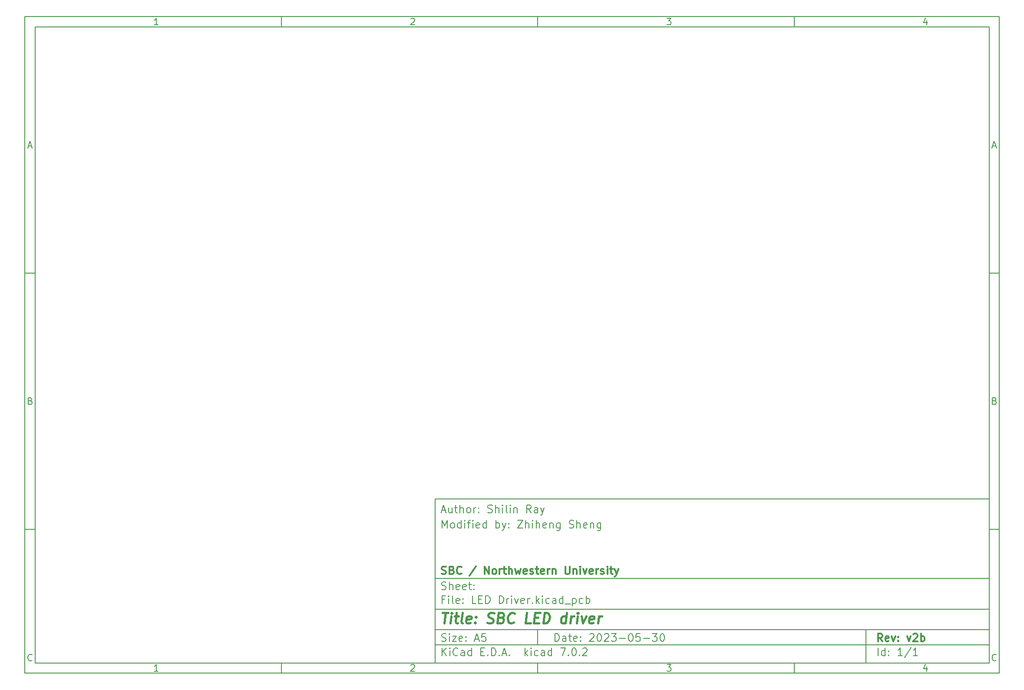
<source format=gbp>
%TF.GenerationSoftware,KiCad,Pcbnew,7.0.2*%
%TF.CreationDate,2023-05-31T10:27:28-05:00*%
%TF.ProjectId,LED Driver,4c454420-4472-4697-9665-722e6b696361,v2b*%
%TF.SameCoordinates,Original*%
%TF.FileFunction,Paste,Bot*%
%TF.FilePolarity,Positive*%
%FSLAX46Y46*%
G04 Gerber Fmt 4.6, Leading zero omitted, Abs format (unit mm)*
G04 Created by KiCad (PCBNEW 7.0.2) date 2023-05-31 10:27:28*
%MOMM*%
%LPD*%
G01*
G04 APERTURE LIST*
%ADD10C,0.100000*%
%ADD11C,0.150000*%
%ADD12C,0.300000*%
%ADD13C,0.400000*%
G04 APERTURE END LIST*
D10*
D11*
X90007200Y-104005800D02*
X198007200Y-104005800D01*
X198007200Y-136005800D01*
X90007200Y-136005800D01*
X90007200Y-104005800D01*
D10*
D11*
X10000000Y-10000000D02*
X200007200Y-10000000D01*
X200007200Y-138005800D01*
X10000000Y-138005800D01*
X10000000Y-10000000D01*
D10*
D11*
X12000000Y-12000000D02*
X198007200Y-12000000D01*
X198007200Y-136005800D01*
X12000000Y-136005800D01*
X12000000Y-12000000D01*
D10*
D11*
X60000000Y-12000000D02*
X60000000Y-10000000D01*
D10*
D11*
X110000000Y-12000000D02*
X110000000Y-10000000D01*
D10*
D11*
X160000000Y-12000000D02*
X160000000Y-10000000D01*
D10*
D11*
X35990476Y-11601404D02*
X35247619Y-11601404D01*
X35619047Y-11601404D02*
X35619047Y-10301404D01*
X35619047Y-10301404D02*
X35495238Y-10487119D01*
X35495238Y-10487119D02*
X35371428Y-10610928D01*
X35371428Y-10610928D02*
X35247619Y-10672833D01*
D10*
D11*
X85247619Y-10425214D02*
X85309523Y-10363309D01*
X85309523Y-10363309D02*
X85433333Y-10301404D01*
X85433333Y-10301404D02*
X85742857Y-10301404D01*
X85742857Y-10301404D02*
X85866666Y-10363309D01*
X85866666Y-10363309D02*
X85928571Y-10425214D01*
X85928571Y-10425214D02*
X85990476Y-10549023D01*
X85990476Y-10549023D02*
X85990476Y-10672833D01*
X85990476Y-10672833D02*
X85928571Y-10858547D01*
X85928571Y-10858547D02*
X85185714Y-11601404D01*
X85185714Y-11601404D02*
X85990476Y-11601404D01*
D10*
D11*
X135185714Y-10301404D02*
X135990476Y-10301404D01*
X135990476Y-10301404D02*
X135557142Y-10796642D01*
X135557142Y-10796642D02*
X135742857Y-10796642D01*
X135742857Y-10796642D02*
X135866666Y-10858547D01*
X135866666Y-10858547D02*
X135928571Y-10920452D01*
X135928571Y-10920452D02*
X135990476Y-11044261D01*
X135990476Y-11044261D02*
X135990476Y-11353785D01*
X135990476Y-11353785D02*
X135928571Y-11477595D01*
X135928571Y-11477595D02*
X135866666Y-11539500D01*
X135866666Y-11539500D02*
X135742857Y-11601404D01*
X135742857Y-11601404D02*
X135371428Y-11601404D01*
X135371428Y-11601404D02*
X135247619Y-11539500D01*
X135247619Y-11539500D02*
X135185714Y-11477595D01*
D10*
D11*
X185866666Y-10734738D02*
X185866666Y-11601404D01*
X185557142Y-10239500D02*
X185247619Y-11168071D01*
X185247619Y-11168071D02*
X186052380Y-11168071D01*
D10*
D11*
X60000000Y-136005800D02*
X60000000Y-138005800D01*
D10*
D11*
X110000000Y-136005800D02*
X110000000Y-138005800D01*
D10*
D11*
X160000000Y-136005800D02*
X160000000Y-138005800D01*
D10*
D11*
X35990476Y-137607204D02*
X35247619Y-137607204D01*
X35619047Y-137607204D02*
X35619047Y-136307204D01*
X35619047Y-136307204D02*
X35495238Y-136492919D01*
X35495238Y-136492919D02*
X35371428Y-136616728D01*
X35371428Y-136616728D02*
X35247619Y-136678633D01*
D10*
D11*
X85247619Y-136431014D02*
X85309523Y-136369109D01*
X85309523Y-136369109D02*
X85433333Y-136307204D01*
X85433333Y-136307204D02*
X85742857Y-136307204D01*
X85742857Y-136307204D02*
X85866666Y-136369109D01*
X85866666Y-136369109D02*
X85928571Y-136431014D01*
X85928571Y-136431014D02*
X85990476Y-136554823D01*
X85990476Y-136554823D02*
X85990476Y-136678633D01*
X85990476Y-136678633D02*
X85928571Y-136864347D01*
X85928571Y-136864347D02*
X85185714Y-137607204D01*
X85185714Y-137607204D02*
X85990476Y-137607204D01*
D10*
D11*
X135185714Y-136307204D02*
X135990476Y-136307204D01*
X135990476Y-136307204D02*
X135557142Y-136802442D01*
X135557142Y-136802442D02*
X135742857Y-136802442D01*
X135742857Y-136802442D02*
X135866666Y-136864347D01*
X135866666Y-136864347D02*
X135928571Y-136926252D01*
X135928571Y-136926252D02*
X135990476Y-137050061D01*
X135990476Y-137050061D02*
X135990476Y-137359585D01*
X135990476Y-137359585D02*
X135928571Y-137483395D01*
X135928571Y-137483395D02*
X135866666Y-137545300D01*
X135866666Y-137545300D02*
X135742857Y-137607204D01*
X135742857Y-137607204D02*
X135371428Y-137607204D01*
X135371428Y-137607204D02*
X135247619Y-137545300D01*
X135247619Y-137545300D02*
X135185714Y-137483395D01*
D10*
D11*
X185866666Y-136740538D02*
X185866666Y-137607204D01*
X185557142Y-136245300D02*
X185247619Y-137173871D01*
X185247619Y-137173871D02*
X186052380Y-137173871D01*
D10*
D11*
X10000000Y-60000000D02*
X12000000Y-60000000D01*
D10*
D11*
X10000000Y-110000000D02*
X12000000Y-110000000D01*
D10*
D11*
X10690476Y-35229976D02*
X11309523Y-35229976D01*
X10566666Y-35601404D02*
X10999999Y-34301404D01*
X10999999Y-34301404D02*
X11433333Y-35601404D01*
D10*
D11*
X11092857Y-84920452D02*
X11278571Y-84982357D01*
X11278571Y-84982357D02*
X11340476Y-85044261D01*
X11340476Y-85044261D02*
X11402380Y-85168071D01*
X11402380Y-85168071D02*
X11402380Y-85353785D01*
X11402380Y-85353785D02*
X11340476Y-85477595D01*
X11340476Y-85477595D02*
X11278571Y-85539500D01*
X11278571Y-85539500D02*
X11154761Y-85601404D01*
X11154761Y-85601404D02*
X10659523Y-85601404D01*
X10659523Y-85601404D02*
X10659523Y-84301404D01*
X10659523Y-84301404D02*
X11092857Y-84301404D01*
X11092857Y-84301404D02*
X11216666Y-84363309D01*
X11216666Y-84363309D02*
X11278571Y-84425214D01*
X11278571Y-84425214D02*
X11340476Y-84549023D01*
X11340476Y-84549023D02*
X11340476Y-84672833D01*
X11340476Y-84672833D02*
X11278571Y-84796642D01*
X11278571Y-84796642D02*
X11216666Y-84858547D01*
X11216666Y-84858547D02*
X11092857Y-84920452D01*
X11092857Y-84920452D02*
X10659523Y-84920452D01*
D10*
D11*
X11402380Y-135477595D02*
X11340476Y-135539500D01*
X11340476Y-135539500D02*
X11154761Y-135601404D01*
X11154761Y-135601404D02*
X11030952Y-135601404D01*
X11030952Y-135601404D02*
X10845238Y-135539500D01*
X10845238Y-135539500D02*
X10721428Y-135415690D01*
X10721428Y-135415690D02*
X10659523Y-135291880D01*
X10659523Y-135291880D02*
X10597619Y-135044261D01*
X10597619Y-135044261D02*
X10597619Y-134858547D01*
X10597619Y-134858547D02*
X10659523Y-134610928D01*
X10659523Y-134610928D02*
X10721428Y-134487119D01*
X10721428Y-134487119D02*
X10845238Y-134363309D01*
X10845238Y-134363309D02*
X11030952Y-134301404D01*
X11030952Y-134301404D02*
X11154761Y-134301404D01*
X11154761Y-134301404D02*
X11340476Y-134363309D01*
X11340476Y-134363309D02*
X11402380Y-134425214D01*
D10*
D11*
X200007200Y-60000000D02*
X198007200Y-60000000D01*
D10*
D11*
X200007200Y-110000000D02*
X198007200Y-110000000D01*
D10*
D11*
X198697676Y-35229976D02*
X199316723Y-35229976D01*
X198573866Y-35601404D02*
X199007199Y-34301404D01*
X199007199Y-34301404D02*
X199440533Y-35601404D01*
D10*
D11*
X199100057Y-84920452D02*
X199285771Y-84982357D01*
X199285771Y-84982357D02*
X199347676Y-85044261D01*
X199347676Y-85044261D02*
X199409580Y-85168071D01*
X199409580Y-85168071D02*
X199409580Y-85353785D01*
X199409580Y-85353785D02*
X199347676Y-85477595D01*
X199347676Y-85477595D02*
X199285771Y-85539500D01*
X199285771Y-85539500D02*
X199161961Y-85601404D01*
X199161961Y-85601404D02*
X198666723Y-85601404D01*
X198666723Y-85601404D02*
X198666723Y-84301404D01*
X198666723Y-84301404D02*
X199100057Y-84301404D01*
X199100057Y-84301404D02*
X199223866Y-84363309D01*
X199223866Y-84363309D02*
X199285771Y-84425214D01*
X199285771Y-84425214D02*
X199347676Y-84549023D01*
X199347676Y-84549023D02*
X199347676Y-84672833D01*
X199347676Y-84672833D02*
X199285771Y-84796642D01*
X199285771Y-84796642D02*
X199223866Y-84858547D01*
X199223866Y-84858547D02*
X199100057Y-84920452D01*
X199100057Y-84920452D02*
X198666723Y-84920452D01*
D10*
D11*
X199409580Y-135477595D02*
X199347676Y-135539500D01*
X199347676Y-135539500D02*
X199161961Y-135601404D01*
X199161961Y-135601404D02*
X199038152Y-135601404D01*
X199038152Y-135601404D02*
X198852438Y-135539500D01*
X198852438Y-135539500D02*
X198728628Y-135415690D01*
X198728628Y-135415690D02*
X198666723Y-135291880D01*
X198666723Y-135291880D02*
X198604819Y-135044261D01*
X198604819Y-135044261D02*
X198604819Y-134858547D01*
X198604819Y-134858547D02*
X198666723Y-134610928D01*
X198666723Y-134610928D02*
X198728628Y-134487119D01*
X198728628Y-134487119D02*
X198852438Y-134363309D01*
X198852438Y-134363309D02*
X199038152Y-134301404D01*
X199038152Y-134301404D02*
X199161961Y-134301404D01*
X199161961Y-134301404D02*
X199347676Y-134363309D01*
X199347676Y-134363309D02*
X199409580Y-134425214D01*
D10*
D11*
X113364342Y-131799728D02*
X113364342Y-130299728D01*
X113364342Y-130299728D02*
X113721485Y-130299728D01*
X113721485Y-130299728D02*
X113935771Y-130371157D01*
X113935771Y-130371157D02*
X114078628Y-130514014D01*
X114078628Y-130514014D02*
X114150057Y-130656871D01*
X114150057Y-130656871D02*
X114221485Y-130942585D01*
X114221485Y-130942585D02*
X114221485Y-131156871D01*
X114221485Y-131156871D02*
X114150057Y-131442585D01*
X114150057Y-131442585D02*
X114078628Y-131585442D01*
X114078628Y-131585442D02*
X113935771Y-131728300D01*
X113935771Y-131728300D02*
X113721485Y-131799728D01*
X113721485Y-131799728D02*
X113364342Y-131799728D01*
X115507200Y-131799728D02*
X115507200Y-131014014D01*
X115507200Y-131014014D02*
X115435771Y-130871157D01*
X115435771Y-130871157D02*
X115292914Y-130799728D01*
X115292914Y-130799728D02*
X115007200Y-130799728D01*
X115007200Y-130799728D02*
X114864342Y-130871157D01*
X115507200Y-131728300D02*
X115364342Y-131799728D01*
X115364342Y-131799728D02*
X115007200Y-131799728D01*
X115007200Y-131799728D02*
X114864342Y-131728300D01*
X114864342Y-131728300D02*
X114792914Y-131585442D01*
X114792914Y-131585442D02*
X114792914Y-131442585D01*
X114792914Y-131442585D02*
X114864342Y-131299728D01*
X114864342Y-131299728D02*
X115007200Y-131228300D01*
X115007200Y-131228300D02*
X115364342Y-131228300D01*
X115364342Y-131228300D02*
X115507200Y-131156871D01*
X116007200Y-130799728D02*
X116578628Y-130799728D01*
X116221485Y-130299728D02*
X116221485Y-131585442D01*
X116221485Y-131585442D02*
X116292914Y-131728300D01*
X116292914Y-131728300D02*
X116435771Y-131799728D01*
X116435771Y-131799728D02*
X116578628Y-131799728D01*
X117650057Y-131728300D02*
X117507200Y-131799728D01*
X117507200Y-131799728D02*
X117221486Y-131799728D01*
X117221486Y-131799728D02*
X117078628Y-131728300D01*
X117078628Y-131728300D02*
X117007200Y-131585442D01*
X117007200Y-131585442D02*
X117007200Y-131014014D01*
X117007200Y-131014014D02*
X117078628Y-130871157D01*
X117078628Y-130871157D02*
X117221486Y-130799728D01*
X117221486Y-130799728D02*
X117507200Y-130799728D01*
X117507200Y-130799728D02*
X117650057Y-130871157D01*
X117650057Y-130871157D02*
X117721486Y-131014014D01*
X117721486Y-131014014D02*
X117721486Y-131156871D01*
X117721486Y-131156871D02*
X117007200Y-131299728D01*
X118364342Y-131656871D02*
X118435771Y-131728300D01*
X118435771Y-131728300D02*
X118364342Y-131799728D01*
X118364342Y-131799728D02*
X118292914Y-131728300D01*
X118292914Y-131728300D02*
X118364342Y-131656871D01*
X118364342Y-131656871D02*
X118364342Y-131799728D01*
X118364342Y-130871157D02*
X118435771Y-130942585D01*
X118435771Y-130942585D02*
X118364342Y-131014014D01*
X118364342Y-131014014D02*
X118292914Y-130942585D01*
X118292914Y-130942585D02*
X118364342Y-130871157D01*
X118364342Y-130871157D02*
X118364342Y-131014014D01*
X120150057Y-130442585D02*
X120221485Y-130371157D01*
X120221485Y-130371157D02*
X120364343Y-130299728D01*
X120364343Y-130299728D02*
X120721485Y-130299728D01*
X120721485Y-130299728D02*
X120864343Y-130371157D01*
X120864343Y-130371157D02*
X120935771Y-130442585D01*
X120935771Y-130442585D02*
X121007200Y-130585442D01*
X121007200Y-130585442D02*
X121007200Y-130728300D01*
X121007200Y-130728300D02*
X120935771Y-130942585D01*
X120935771Y-130942585D02*
X120078628Y-131799728D01*
X120078628Y-131799728D02*
X121007200Y-131799728D01*
X121935771Y-130299728D02*
X122078628Y-130299728D01*
X122078628Y-130299728D02*
X122221485Y-130371157D01*
X122221485Y-130371157D02*
X122292914Y-130442585D01*
X122292914Y-130442585D02*
X122364342Y-130585442D01*
X122364342Y-130585442D02*
X122435771Y-130871157D01*
X122435771Y-130871157D02*
X122435771Y-131228300D01*
X122435771Y-131228300D02*
X122364342Y-131514014D01*
X122364342Y-131514014D02*
X122292914Y-131656871D01*
X122292914Y-131656871D02*
X122221485Y-131728300D01*
X122221485Y-131728300D02*
X122078628Y-131799728D01*
X122078628Y-131799728D02*
X121935771Y-131799728D01*
X121935771Y-131799728D02*
X121792914Y-131728300D01*
X121792914Y-131728300D02*
X121721485Y-131656871D01*
X121721485Y-131656871D02*
X121650056Y-131514014D01*
X121650056Y-131514014D02*
X121578628Y-131228300D01*
X121578628Y-131228300D02*
X121578628Y-130871157D01*
X121578628Y-130871157D02*
X121650056Y-130585442D01*
X121650056Y-130585442D02*
X121721485Y-130442585D01*
X121721485Y-130442585D02*
X121792914Y-130371157D01*
X121792914Y-130371157D02*
X121935771Y-130299728D01*
X123007199Y-130442585D02*
X123078627Y-130371157D01*
X123078627Y-130371157D02*
X123221485Y-130299728D01*
X123221485Y-130299728D02*
X123578627Y-130299728D01*
X123578627Y-130299728D02*
X123721485Y-130371157D01*
X123721485Y-130371157D02*
X123792913Y-130442585D01*
X123792913Y-130442585D02*
X123864342Y-130585442D01*
X123864342Y-130585442D02*
X123864342Y-130728300D01*
X123864342Y-130728300D02*
X123792913Y-130942585D01*
X123792913Y-130942585D02*
X122935770Y-131799728D01*
X122935770Y-131799728D02*
X123864342Y-131799728D01*
X124364341Y-130299728D02*
X125292913Y-130299728D01*
X125292913Y-130299728D02*
X124792913Y-130871157D01*
X124792913Y-130871157D02*
X125007198Y-130871157D01*
X125007198Y-130871157D02*
X125150056Y-130942585D01*
X125150056Y-130942585D02*
X125221484Y-131014014D01*
X125221484Y-131014014D02*
X125292913Y-131156871D01*
X125292913Y-131156871D02*
X125292913Y-131514014D01*
X125292913Y-131514014D02*
X125221484Y-131656871D01*
X125221484Y-131656871D02*
X125150056Y-131728300D01*
X125150056Y-131728300D02*
X125007198Y-131799728D01*
X125007198Y-131799728D02*
X124578627Y-131799728D01*
X124578627Y-131799728D02*
X124435770Y-131728300D01*
X124435770Y-131728300D02*
X124364341Y-131656871D01*
X125935769Y-131228300D02*
X127078627Y-131228300D01*
X128078627Y-130299728D02*
X128221484Y-130299728D01*
X128221484Y-130299728D02*
X128364341Y-130371157D01*
X128364341Y-130371157D02*
X128435770Y-130442585D01*
X128435770Y-130442585D02*
X128507198Y-130585442D01*
X128507198Y-130585442D02*
X128578627Y-130871157D01*
X128578627Y-130871157D02*
X128578627Y-131228300D01*
X128578627Y-131228300D02*
X128507198Y-131514014D01*
X128507198Y-131514014D02*
X128435770Y-131656871D01*
X128435770Y-131656871D02*
X128364341Y-131728300D01*
X128364341Y-131728300D02*
X128221484Y-131799728D01*
X128221484Y-131799728D02*
X128078627Y-131799728D01*
X128078627Y-131799728D02*
X127935770Y-131728300D01*
X127935770Y-131728300D02*
X127864341Y-131656871D01*
X127864341Y-131656871D02*
X127792912Y-131514014D01*
X127792912Y-131514014D02*
X127721484Y-131228300D01*
X127721484Y-131228300D02*
X127721484Y-130871157D01*
X127721484Y-130871157D02*
X127792912Y-130585442D01*
X127792912Y-130585442D02*
X127864341Y-130442585D01*
X127864341Y-130442585D02*
X127935770Y-130371157D01*
X127935770Y-130371157D02*
X128078627Y-130299728D01*
X129935769Y-130299728D02*
X129221483Y-130299728D01*
X129221483Y-130299728D02*
X129150055Y-131014014D01*
X129150055Y-131014014D02*
X129221483Y-130942585D01*
X129221483Y-130942585D02*
X129364341Y-130871157D01*
X129364341Y-130871157D02*
X129721483Y-130871157D01*
X129721483Y-130871157D02*
X129864341Y-130942585D01*
X129864341Y-130942585D02*
X129935769Y-131014014D01*
X129935769Y-131014014D02*
X130007198Y-131156871D01*
X130007198Y-131156871D02*
X130007198Y-131514014D01*
X130007198Y-131514014D02*
X129935769Y-131656871D01*
X129935769Y-131656871D02*
X129864341Y-131728300D01*
X129864341Y-131728300D02*
X129721483Y-131799728D01*
X129721483Y-131799728D02*
X129364341Y-131799728D01*
X129364341Y-131799728D02*
X129221483Y-131728300D01*
X129221483Y-131728300D02*
X129150055Y-131656871D01*
X130650054Y-131228300D02*
X131792912Y-131228300D01*
X132364340Y-130299728D02*
X133292912Y-130299728D01*
X133292912Y-130299728D02*
X132792912Y-130871157D01*
X132792912Y-130871157D02*
X133007197Y-130871157D01*
X133007197Y-130871157D02*
X133150055Y-130942585D01*
X133150055Y-130942585D02*
X133221483Y-131014014D01*
X133221483Y-131014014D02*
X133292912Y-131156871D01*
X133292912Y-131156871D02*
X133292912Y-131514014D01*
X133292912Y-131514014D02*
X133221483Y-131656871D01*
X133221483Y-131656871D02*
X133150055Y-131728300D01*
X133150055Y-131728300D02*
X133007197Y-131799728D01*
X133007197Y-131799728D02*
X132578626Y-131799728D01*
X132578626Y-131799728D02*
X132435769Y-131728300D01*
X132435769Y-131728300D02*
X132364340Y-131656871D01*
X134221483Y-130299728D02*
X134364340Y-130299728D01*
X134364340Y-130299728D02*
X134507197Y-130371157D01*
X134507197Y-130371157D02*
X134578626Y-130442585D01*
X134578626Y-130442585D02*
X134650054Y-130585442D01*
X134650054Y-130585442D02*
X134721483Y-130871157D01*
X134721483Y-130871157D02*
X134721483Y-131228300D01*
X134721483Y-131228300D02*
X134650054Y-131514014D01*
X134650054Y-131514014D02*
X134578626Y-131656871D01*
X134578626Y-131656871D02*
X134507197Y-131728300D01*
X134507197Y-131728300D02*
X134364340Y-131799728D01*
X134364340Y-131799728D02*
X134221483Y-131799728D01*
X134221483Y-131799728D02*
X134078626Y-131728300D01*
X134078626Y-131728300D02*
X134007197Y-131656871D01*
X134007197Y-131656871D02*
X133935768Y-131514014D01*
X133935768Y-131514014D02*
X133864340Y-131228300D01*
X133864340Y-131228300D02*
X133864340Y-130871157D01*
X133864340Y-130871157D02*
X133935768Y-130585442D01*
X133935768Y-130585442D02*
X134007197Y-130442585D01*
X134007197Y-130442585D02*
X134078626Y-130371157D01*
X134078626Y-130371157D02*
X134221483Y-130299728D01*
D10*
D11*
X90007200Y-132505800D02*
X198007200Y-132505800D01*
D10*
D11*
X91364342Y-134599728D02*
X91364342Y-133099728D01*
X92221485Y-134599728D02*
X91578628Y-133742585D01*
X92221485Y-133099728D02*
X91364342Y-133956871D01*
X92864342Y-134599728D02*
X92864342Y-133599728D01*
X92864342Y-133099728D02*
X92792914Y-133171157D01*
X92792914Y-133171157D02*
X92864342Y-133242585D01*
X92864342Y-133242585D02*
X92935771Y-133171157D01*
X92935771Y-133171157D02*
X92864342Y-133099728D01*
X92864342Y-133099728D02*
X92864342Y-133242585D01*
X94435771Y-134456871D02*
X94364343Y-134528300D01*
X94364343Y-134528300D02*
X94150057Y-134599728D01*
X94150057Y-134599728D02*
X94007200Y-134599728D01*
X94007200Y-134599728D02*
X93792914Y-134528300D01*
X93792914Y-134528300D02*
X93650057Y-134385442D01*
X93650057Y-134385442D02*
X93578628Y-134242585D01*
X93578628Y-134242585D02*
X93507200Y-133956871D01*
X93507200Y-133956871D02*
X93507200Y-133742585D01*
X93507200Y-133742585D02*
X93578628Y-133456871D01*
X93578628Y-133456871D02*
X93650057Y-133314014D01*
X93650057Y-133314014D02*
X93792914Y-133171157D01*
X93792914Y-133171157D02*
X94007200Y-133099728D01*
X94007200Y-133099728D02*
X94150057Y-133099728D01*
X94150057Y-133099728D02*
X94364343Y-133171157D01*
X94364343Y-133171157D02*
X94435771Y-133242585D01*
X95721486Y-134599728D02*
X95721486Y-133814014D01*
X95721486Y-133814014D02*
X95650057Y-133671157D01*
X95650057Y-133671157D02*
X95507200Y-133599728D01*
X95507200Y-133599728D02*
X95221486Y-133599728D01*
X95221486Y-133599728D02*
X95078628Y-133671157D01*
X95721486Y-134528300D02*
X95578628Y-134599728D01*
X95578628Y-134599728D02*
X95221486Y-134599728D01*
X95221486Y-134599728D02*
X95078628Y-134528300D01*
X95078628Y-134528300D02*
X95007200Y-134385442D01*
X95007200Y-134385442D02*
X95007200Y-134242585D01*
X95007200Y-134242585D02*
X95078628Y-134099728D01*
X95078628Y-134099728D02*
X95221486Y-134028300D01*
X95221486Y-134028300D02*
X95578628Y-134028300D01*
X95578628Y-134028300D02*
X95721486Y-133956871D01*
X97078629Y-134599728D02*
X97078629Y-133099728D01*
X97078629Y-134528300D02*
X96935771Y-134599728D01*
X96935771Y-134599728D02*
X96650057Y-134599728D01*
X96650057Y-134599728D02*
X96507200Y-134528300D01*
X96507200Y-134528300D02*
X96435771Y-134456871D01*
X96435771Y-134456871D02*
X96364343Y-134314014D01*
X96364343Y-134314014D02*
X96364343Y-133885442D01*
X96364343Y-133885442D02*
X96435771Y-133742585D01*
X96435771Y-133742585D02*
X96507200Y-133671157D01*
X96507200Y-133671157D02*
X96650057Y-133599728D01*
X96650057Y-133599728D02*
X96935771Y-133599728D01*
X96935771Y-133599728D02*
X97078629Y-133671157D01*
X98935771Y-133814014D02*
X99435771Y-133814014D01*
X99650057Y-134599728D02*
X98935771Y-134599728D01*
X98935771Y-134599728D02*
X98935771Y-133099728D01*
X98935771Y-133099728D02*
X99650057Y-133099728D01*
X100292914Y-134456871D02*
X100364343Y-134528300D01*
X100364343Y-134528300D02*
X100292914Y-134599728D01*
X100292914Y-134599728D02*
X100221486Y-134528300D01*
X100221486Y-134528300D02*
X100292914Y-134456871D01*
X100292914Y-134456871D02*
X100292914Y-134599728D01*
X101007200Y-134599728D02*
X101007200Y-133099728D01*
X101007200Y-133099728D02*
X101364343Y-133099728D01*
X101364343Y-133099728D02*
X101578629Y-133171157D01*
X101578629Y-133171157D02*
X101721486Y-133314014D01*
X101721486Y-133314014D02*
X101792915Y-133456871D01*
X101792915Y-133456871D02*
X101864343Y-133742585D01*
X101864343Y-133742585D02*
X101864343Y-133956871D01*
X101864343Y-133956871D02*
X101792915Y-134242585D01*
X101792915Y-134242585D02*
X101721486Y-134385442D01*
X101721486Y-134385442D02*
X101578629Y-134528300D01*
X101578629Y-134528300D02*
X101364343Y-134599728D01*
X101364343Y-134599728D02*
X101007200Y-134599728D01*
X102507200Y-134456871D02*
X102578629Y-134528300D01*
X102578629Y-134528300D02*
X102507200Y-134599728D01*
X102507200Y-134599728D02*
X102435772Y-134528300D01*
X102435772Y-134528300D02*
X102507200Y-134456871D01*
X102507200Y-134456871D02*
X102507200Y-134599728D01*
X103150058Y-134171157D02*
X103864344Y-134171157D01*
X103007201Y-134599728D02*
X103507201Y-133099728D01*
X103507201Y-133099728D02*
X104007201Y-134599728D01*
X104507200Y-134456871D02*
X104578629Y-134528300D01*
X104578629Y-134528300D02*
X104507200Y-134599728D01*
X104507200Y-134599728D02*
X104435772Y-134528300D01*
X104435772Y-134528300D02*
X104507200Y-134456871D01*
X104507200Y-134456871D02*
X104507200Y-134599728D01*
X107507200Y-134599728D02*
X107507200Y-133099728D01*
X107650058Y-134028300D02*
X108078629Y-134599728D01*
X108078629Y-133599728D02*
X107507200Y-134171157D01*
X108721486Y-134599728D02*
X108721486Y-133599728D01*
X108721486Y-133099728D02*
X108650058Y-133171157D01*
X108650058Y-133171157D02*
X108721486Y-133242585D01*
X108721486Y-133242585D02*
X108792915Y-133171157D01*
X108792915Y-133171157D02*
X108721486Y-133099728D01*
X108721486Y-133099728D02*
X108721486Y-133242585D01*
X110078630Y-134528300D02*
X109935772Y-134599728D01*
X109935772Y-134599728D02*
X109650058Y-134599728D01*
X109650058Y-134599728D02*
X109507201Y-134528300D01*
X109507201Y-134528300D02*
X109435772Y-134456871D01*
X109435772Y-134456871D02*
X109364344Y-134314014D01*
X109364344Y-134314014D02*
X109364344Y-133885442D01*
X109364344Y-133885442D02*
X109435772Y-133742585D01*
X109435772Y-133742585D02*
X109507201Y-133671157D01*
X109507201Y-133671157D02*
X109650058Y-133599728D01*
X109650058Y-133599728D02*
X109935772Y-133599728D01*
X109935772Y-133599728D02*
X110078630Y-133671157D01*
X111364344Y-134599728D02*
X111364344Y-133814014D01*
X111364344Y-133814014D02*
X111292915Y-133671157D01*
X111292915Y-133671157D02*
X111150058Y-133599728D01*
X111150058Y-133599728D02*
X110864344Y-133599728D01*
X110864344Y-133599728D02*
X110721486Y-133671157D01*
X111364344Y-134528300D02*
X111221486Y-134599728D01*
X111221486Y-134599728D02*
X110864344Y-134599728D01*
X110864344Y-134599728D02*
X110721486Y-134528300D01*
X110721486Y-134528300D02*
X110650058Y-134385442D01*
X110650058Y-134385442D02*
X110650058Y-134242585D01*
X110650058Y-134242585D02*
X110721486Y-134099728D01*
X110721486Y-134099728D02*
X110864344Y-134028300D01*
X110864344Y-134028300D02*
X111221486Y-134028300D01*
X111221486Y-134028300D02*
X111364344Y-133956871D01*
X112721487Y-134599728D02*
X112721487Y-133099728D01*
X112721487Y-134528300D02*
X112578629Y-134599728D01*
X112578629Y-134599728D02*
X112292915Y-134599728D01*
X112292915Y-134599728D02*
X112150058Y-134528300D01*
X112150058Y-134528300D02*
X112078629Y-134456871D01*
X112078629Y-134456871D02*
X112007201Y-134314014D01*
X112007201Y-134314014D02*
X112007201Y-133885442D01*
X112007201Y-133885442D02*
X112078629Y-133742585D01*
X112078629Y-133742585D02*
X112150058Y-133671157D01*
X112150058Y-133671157D02*
X112292915Y-133599728D01*
X112292915Y-133599728D02*
X112578629Y-133599728D01*
X112578629Y-133599728D02*
X112721487Y-133671157D01*
X114435772Y-133099728D02*
X115435772Y-133099728D01*
X115435772Y-133099728D02*
X114792915Y-134599728D01*
X116007200Y-134456871D02*
X116078629Y-134528300D01*
X116078629Y-134528300D02*
X116007200Y-134599728D01*
X116007200Y-134599728D02*
X115935772Y-134528300D01*
X115935772Y-134528300D02*
X116007200Y-134456871D01*
X116007200Y-134456871D02*
X116007200Y-134599728D01*
X117007201Y-133099728D02*
X117150058Y-133099728D01*
X117150058Y-133099728D02*
X117292915Y-133171157D01*
X117292915Y-133171157D02*
X117364344Y-133242585D01*
X117364344Y-133242585D02*
X117435772Y-133385442D01*
X117435772Y-133385442D02*
X117507201Y-133671157D01*
X117507201Y-133671157D02*
X117507201Y-134028300D01*
X117507201Y-134028300D02*
X117435772Y-134314014D01*
X117435772Y-134314014D02*
X117364344Y-134456871D01*
X117364344Y-134456871D02*
X117292915Y-134528300D01*
X117292915Y-134528300D02*
X117150058Y-134599728D01*
X117150058Y-134599728D02*
X117007201Y-134599728D01*
X117007201Y-134599728D02*
X116864344Y-134528300D01*
X116864344Y-134528300D02*
X116792915Y-134456871D01*
X116792915Y-134456871D02*
X116721486Y-134314014D01*
X116721486Y-134314014D02*
X116650058Y-134028300D01*
X116650058Y-134028300D02*
X116650058Y-133671157D01*
X116650058Y-133671157D02*
X116721486Y-133385442D01*
X116721486Y-133385442D02*
X116792915Y-133242585D01*
X116792915Y-133242585D02*
X116864344Y-133171157D01*
X116864344Y-133171157D02*
X117007201Y-133099728D01*
X118150057Y-134456871D02*
X118221486Y-134528300D01*
X118221486Y-134528300D02*
X118150057Y-134599728D01*
X118150057Y-134599728D02*
X118078629Y-134528300D01*
X118078629Y-134528300D02*
X118150057Y-134456871D01*
X118150057Y-134456871D02*
X118150057Y-134599728D01*
X118792915Y-133242585D02*
X118864343Y-133171157D01*
X118864343Y-133171157D02*
X119007201Y-133099728D01*
X119007201Y-133099728D02*
X119364343Y-133099728D01*
X119364343Y-133099728D02*
X119507201Y-133171157D01*
X119507201Y-133171157D02*
X119578629Y-133242585D01*
X119578629Y-133242585D02*
X119650058Y-133385442D01*
X119650058Y-133385442D02*
X119650058Y-133528300D01*
X119650058Y-133528300D02*
X119578629Y-133742585D01*
X119578629Y-133742585D02*
X118721486Y-134599728D01*
X118721486Y-134599728D02*
X119650058Y-134599728D01*
D10*
D11*
X90007200Y-129505800D02*
X198007200Y-129505800D01*
D10*
D12*
X177221485Y-131799728D02*
X176721485Y-131085442D01*
X176364342Y-131799728D02*
X176364342Y-130299728D01*
X176364342Y-130299728D02*
X176935771Y-130299728D01*
X176935771Y-130299728D02*
X177078628Y-130371157D01*
X177078628Y-130371157D02*
X177150057Y-130442585D01*
X177150057Y-130442585D02*
X177221485Y-130585442D01*
X177221485Y-130585442D02*
X177221485Y-130799728D01*
X177221485Y-130799728D02*
X177150057Y-130942585D01*
X177150057Y-130942585D02*
X177078628Y-131014014D01*
X177078628Y-131014014D02*
X176935771Y-131085442D01*
X176935771Y-131085442D02*
X176364342Y-131085442D01*
X178435771Y-131728300D02*
X178292914Y-131799728D01*
X178292914Y-131799728D02*
X178007200Y-131799728D01*
X178007200Y-131799728D02*
X177864342Y-131728300D01*
X177864342Y-131728300D02*
X177792914Y-131585442D01*
X177792914Y-131585442D02*
X177792914Y-131014014D01*
X177792914Y-131014014D02*
X177864342Y-130871157D01*
X177864342Y-130871157D02*
X178007200Y-130799728D01*
X178007200Y-130799728D02*
X178292914Y-130799728D01*
X178292914Y-130799728D02*
X178435771Y-130871157D01*
X178435771Y-130871157D02*
X178507200Y-131014014D01*
X178507200Y-131014014D02*
X178507200Y-131156871D01*
X178507200Y-131156871D02*
X177792914Y-131299728D01*
X179007199Y-130799728D02*
X179364342Y-131799728D01*
X179364342Y-131799728D02*
X179721485Y-130799728D01*
X180292913Y-131656871D02*
X180364342Y-131728300D01*
X180364342Y-131728300D02*
X180292913Y-131799728D01*
X180292913Y-131799728D02*
X180221485Y-131728300D01*
X180221485Y-131728300D02*
X180292913Y-131656871D01*
X180292913Y-131656871D02*
X180292913Y-131799728D01*
X180292913Y-130871157D02*
X180364342Y-130942585D01*
X180364342Y-130942585D02*
X180292913Y-131014014D01*
X180292913Y-131014014D02*
X180221485Y-130942585D01*
X180221485Y-130942585D02*
X180292913Y-130871157D01*
X180292913Y-130871157D02*
X180292913Y-131014014D01*
X182007199Y-130799728D02*
X182364342Y-131799728D01*
X182364342Y-131799728D02*
X182721485Y-130799728D01*
X183221485Y-130442585D02*
X183292913Y-130371157D01*
X183292913Y-130371157D02*
X183435771Y-130299728D01*
X183435771Y-130299728D02*
X183792913Y-130299728D01*
X183792913Y-130299728D02*
X183935771Y-130371157D01*
X183935771Y-130371157D02*
X184007199Y-130442585D01*
X184007199Y-130442585D02*
X184078628Y-130585442D01*
X184078628Y-130585442D02*
X184078628Y-130728300D01*
X184078628Y-130728300D02*
X184007199Y-130942585D01*
X184007199Y-130942585D02*
X183150056Y-131799728D01*
X183150056Y-131799728D02*
X184078628Y-131799728D01*
X184721484Y-131799728D02*
X184721484Y-130299728D01*
X184721484Y-130871157D02*
X184864342Y-130799728D01*
X184864342Y-130799728D02*
X185150056Y-130799728D01*
X185150056Y-130799728D02*
X185292913Y-130871157D01*
X185292913Y-130871157D02*
X185364342Y-130942585D01*
X185364342Y-130942585D02*
X185435770Y-131085442D01*
X185435770Y-131085442D02*
X185435770Y-131514014D01*
X185435770Y-131514014D02*
X185364342Y-131656871D01*
X185364342Y-131656871D02*
X185292913Y-131728300D01*
X185292913Y-131728300D02*
X185150056Y-131799728D01*
X185150056Y-131799728D02*
X184864342Y-131799728D01*
X184864342Y-131799728D02*
X184721484Y-131728300D01*
D10*
D11*
X91292914Y-131728300D02*
X91507200Y-131799728D01*
X91507200Y-131799728D02*
X91864342Y-131799728D01*
X91864342Y-131799728D02*
X92007200Y-131728300D01*
X92007200Y-131728300D02*
X92078628Y-131656871D01*
X92078628Y-131656871D02*
X92150057Y-131514014D01*
X92150057Y-131514014D02*
X92150057Y-131371157D01*
X92150057Y-131371157D02*
X92078628Y-131228300D01*
X92078628Y-131228300D02*
X92007200Y-131156871D01*
X92007200Y-131156871D02*
X91864342Y-131085442D01*
X91864342Y-131085442D02*
X91578628Y-131014014D01*
X91578628Y-131014014D02*
X91435771Y-130942585D01*
X91435771Y-130942585D02*
X91364342Y-130871157D01*
X91364342Y-130871157D02*
X91292914Y-130728300D01*
X91292914Y-130728300D02*
X91292914Y-130585442D01*
X91292914Y-130585442D02*
X91364342Y-130442585D01*
X91364342Y-130442585D02*
X91435771Y-130371157D01*
X91435771Y-130371157D02*
X91578628Y-130299728D01*
X91578628Y-130299728D02*
X91935771Y-130299728D01*
X91935771Y-130299728D02*
X92150057Y-130371157D01*
X92792913Y-131799728D02*
X92792913Y-130799728D01*
X92792913Y-130299728D02*
X92721485Y-130371157D01*
X92721485Y-130371157D02*
X92792913Y-130442585D01*
X92792913Y-130442585D02*
X92864342Y-130371157D01*
X92864342Y-130371157D02*
X92792913Y-130299728D01*
X92792913Y-130299728D02*
X92792913Y-130442585D01*
X93364342Y-130799728D02*
X94150057Y-130799728D01*
X94150057Y-130799728D02*
X93364342Y-131799728D01*
X93364342Y-131799728D02*
X94150057Y-131799728D01*
X95292914Y-131728300D02*
X95150057Y-131799728D01*
X95150057Y-131799728D02*
X94864343Y-131799728D01*
X94864343Y-131799728D02*
X94721485Y-131728300D01*
X94721485Y-131728300D02*
X94650057Y-131585442D01*
X94650057Y-131585442D02*
X94650057Y-131014014D01*
X94650057Y-131014014D02*
X94721485Y-130871157D01*
X94721485Y-130871157D02*
X94864343Y-130799728D01*
X94864343Y-130799728D02*
X95150057Y-130799728D01*
X95150057Y-130799728D02*
X95292914Y-130871157D01*
X95292914Y-130871157D02*
X95364343Y-131014014D01*
X95364343Y-131014014D02*
X95364343Y-131156871D01*
X95364343Y-131156871D02*
X94650057Y-131299728D01*
X96007199Y-131656871D02*
X96078628Y-131728300D01*
X96078628Y-131728300D02*
X96007199Y-131799728D01*
X96007199Y-131799728D02*
X95935771Y-131728300D01*
X95935771Y-131728300D02*
X96007199Y-131656871D01*
X96007199Y-131656871D02*
X96007199Y-131799728D01*
X96007199Y-130871157D02*
X96078628Y-130942585D01*
X96078628Y-130942585D02*
X96007199Y-131014014D01*
X96007199Y-131014014D02*
X95935771Y-130942585D01*
X95935771Y-130942585D02*
X96007199Y-130871157D01*
X96007199Y-130871157D02*
X96007199Y-131014014D01*
X97792914Y-131371157D02*
X98507200Y-131371157D01*
X97650057Y-131799728D02*
X98150057Y-130299728D01*
X98150057Y-130299728D02*
X98650057Y-131799728D01*
X99864342Y-130299728D02*
X99150056Y-130299728D01*
X99150056Y-130299728D02*
X99078628Y-131014014D01*
X99078628Y-131014014D02*
X99150056Y-130942585D01*
X99150056Y-130942585D02*
X99292914Y-130871157D01*
X99292914Y-130871157D02*
X99650056Y-130871157D01*
X99650056Y-130871157D02*
X99792914Y-130942585D01*
X99792914Y-130942585D02*
X99864342Y-131014014D01*
X99864342Y-131014014D02*
X99935771Y-131156871D01*
X99935771Y-131156871D02*
X99935771Y-131514014D01*
X99935771Y-131514014D02*
X99864342Y-131656871D01*
X99864342Y-131656871D02*
X99792914Y-131728300D01*
X99792914Y-131728300D02*
X99650056Y-131799728D01*
X99650056Y-131799728D02*
X99292914Y-131799728D01*
X99292914Y-131799728D02*
X99150056Y-131728300D01*
X99150056Y-131728300D02*
X99078628Y-131656871D01*
D10*
D11*
X176364342Y-134599728D02*
X176364342Y-133099728D01*
X177721486Y-134599728D02*
X177721486Y-133099728D01*
X177721486Y-134528300D02*
X177578628Y-134599728D01*
X177578628Y-134599728D02*
X177292914Y-134599728D01*
X177292914Y-134599728D02*
X177150057Y-134528300D01*
X177150057Y-134528300D02*
X177078628Y-134456871D01*
X177078628Y-134456871D02*
X177007200Y-134314014D01*
X177007200Y-134314014D02*
X177007200Y-133885442D01*
X177007200Y-133885442D02*
X177078628Y-133742585D01*
X177078628Y-133742585D02*
X177150057Y-133671157D01*
X177150057Y-133671157D02*
X177292914Y-133599728D01*
X177292914Y-133599728D02*
X177578628Y-133599728D01*
X177578628Y-133599728D02*
X177721486Y-133671157D01*
X178435771Y-134456871D02*
X178507200Y-134528300D01*
X178507200Y-134528300D02*
X178435771Y-134599728D01*
X178435771Y-134599728D02*
X178364343Y-134528300D01*
X178364343Y-134528300D02*
X178435771Y-134456871D01*
X178435771Y-134456871D02*
X178435771Y-134599728D01*
X178435771Y-133671157D02*
X178507200Y-133742585D01*
X178507200Y-133742585D02*
X178435771Y-133814014D01*
X178435771Y-133814014D02*
X178364343Y-133742585D01*
X178364343Y-133742585D02*
X178435771Y-133671157D01*
X178435771Y-133671157D02*
X178435771Y-133814014D01*
X181078629Y-134599728D02*
X180221486Y-134599728D01*
X180650057Y-134599728D02*
X180650057Y-133099728D01*
X180650057Y-133099728D02*
X180507200Y-133314014D01*
X180507200Y-133314014D02*
X180364343Y-133456871D01*
X180364343Y-133456871D02*
X180221486Y-133528300D01*
X182792914Y-133028300D02*
X181507200Y-134956871D01*
X184078629Y-134599728D02*
X183221486Y-134599728D01*
X183650057Y-134599728D02*
X183650057Y-133099728D01*
X183650057Y-133099728D02*
X183507200Y-133314014D01*
X183507200Y-133314014D02*
X183364343Y-133456871D01*
X183364343Y-133456871D02*
X183221486Y-133528300D01*
D10*
D11*
X90007200Y-125505800D02*
X198007200Y-125505800D01*
D10*
D13*
X91435771Y-126231038D02*
X92578628Y-126231038D01*
X91757200Y-128231038D02*
X92007200Y-126231038D01*
X92983390Y-128231038D02*
X93150057Y-126897704D01*
X93233390Y-126231038D02*
X93126247Y-126326276D01*
X93126247Y-126326276D02*
X93209581Y-126421514D01*
X93209581Y-126421514D02*
X93316724Y-126326276D01*
X93316724Y-126326276D02*
X93233390Y-126231038D01*
X93233390Y-126231038D02*
X93209581Y-126421514D01*
X93804819Y-126897704D02*
X94566723Y-126897704D01*
X94173866Y-126231038D02*
X93959581Y-127945323D01*
X93959581Y-127945323D02*
X94031009Y-128135800D01*
X94031009Y-128135800D02*
X94209581Y-128231038D01*
X94209581Y-128231038D02*
X94400057Y-128231038D01*
X95340533Y-128231038D02*
X95161961Y-128135800D01*
X95161961Y-128135800D02*
X95090533Y-127945323D01*
X95090533Y-127945323D02*
X95304818Y-126231038D01*
X96864342Y-128135800D02*
X96661961Y-128231038D01*
X96661961Y-128231038D02*
X96281008Y-128231038D01*
X96281008Y-128231038D02*
X96102437Y-128135800D01*
X96102437Y-128135800D02*
X96031008Y-127945323D01*
X96031008Y-127945323D02*
X96126247Y-127183419D01*
X96126247Y-127183419D02*
X96245294Y-126992942D01*
X96245294Y-126992942D02*
X96447675Y-126897704D01*
X96447675Y-126897704D02*
X96828627Y-126897704D01*
X96828627Y-126897704D02*
X97007199Y-126992942D01*
X97007199Y-126992942D02*
X97078627Y-127183419D01*
X97078627Y-127183419D02*
X97054818Y-127373895D01*
X97054818Y-127373895D02*
X96078627Y-127564371D01*
X97816723Y-128040561D02*
X97900056Y-128135800D01*
X97900056Y-128135800D02*
X97792913Y-128231038D01*
X97792913Y-128231038D02*
X97709580Y-128135800D01*
X97709580Y-128135800D02*
X97816723Y-128040561D01*
X97816723Y-128040561D02*
X97792913Y-128231038D01*
X97947675Y-126992942D02*
X98031008Y-127088180D01*
X98031008Y-127088180D02*
X97923866Y-127183419D01*
X97923866Y-127183419D02*
X97840532Y-127088180D01*
X97840532Y-127088180D02*
X97947675Y-126992942D01*
X97947675Y-126992942D02*
X97923866Y-127183419D01*
X100173866Y-128135800D02*
X100447675Y-128231038D01*
X100447675Y-128231038D02*
X100923866Y-128231038D01*
X100923866Y-128231038D02*
X101126247Y-128135800D01*
X101126247Y-128135800D02*
X101233390Y-128040561D01*
X101233390Y-128040561D02*
X101352437Y-127850085D01*
X101352437Y-127850085D02*
X101376247Y-127659609D01*
X101376247Y-127659609D02*
X101304818Y-127469133D01*
X101304818Y-127469133D02*
X101221485Y-127373895D01*
X101221485Y-127373895D02*
X101042914Y-127278657D01*
X101042914Y-127278657D02*
X100673866Y-127183419D01*
X100673866Y-127183419D02*
X100495294Y-127088180D01*
X100495294Y-127088180D02*
X100411961Y-126992942D01*
X100411961Y-126992942D02*
X100340533Y-126802466D01*
X100340533Y-126802466D02*
X100364342Y-126611990D01*
X100364342Y-126611990D02*
X100483390Y-126421514D01*
X100483390Y-126421514D02*
X100590533Y-126326276D01*
X100590533Y-126326276D02*
X100792914Y-126231038D01*
X100792914Y-126231038D02*
X101269104Y-126231038D01*
X101269104Y-126231038D02*
X101542914Y-126326276D01*
X102947675Y-127183419D02*
X103221485Y-127278657D01*
X103221485Y-127278657D02*
X103304818Y-127373895D01*
X103304818Y-127373895D02*
X103376247Y-127564371D01*
X103376247Y-127564371D02*
X103340532Y-127850085D01*
X103340532Y-127850085D02*
X103221485Y-128040561D01*
X103221485Y-128040561D02*
X103114342Y-128135800D01*
X103114342Y-128135800D02*
X102911961Y-128231038D01*
X102911961Y-128231038D02*
X102150056Y-128231038D01*
X102150056Y-128231038D02*
X102400056Y-126231038D01*
X102400056Y-126231038D02*
X103066723Y-126231038D01*
X103066723Y-126231038D02*
X103245294Y-126326276D01*
X103245294Y-126326276D02*
X103328628Y-126421514D01*
X103328628Y-126421514D02*
X103400056Y-126611990D01*
X103400056Y-126611990D02*
X103376247Y-126802466D01*
X103376247Y-126802466D02*
X103257199Y-126992942D01*
X103257199Y-126992942D02*
X103150056Y-127088180D01*
X103150056Y-127088180D02*
X102947675Y-127183419D01*
X102947675Y-127183419D02*
X102281009Y-127183419D01*
X105304818Y-128040561D02*
X105197675Y-128135800D01*
X105197675Y-128135800D02*
X104900056Y-128231038D01*
X104900056Y-128231038D02*
X104709580Y-128231038D01*
X104709580Y-128231038D02*
X104435770Y-128135800D01*
X104435770Y-128135800D02*
X104269104Y-127945323D01*
X104269104Y-127945323D02*
X104197675Y-127754847D01*
X104197675Y-127754847D02*
X104150056Y-127373895D01*
X104150056Y-127373895D02*
X104185770Y-127088180D01*
X104185770Y-127088180D02*
X104328627Y-126707228D01*
X104328627Y-126707228D02*
X104447675Y-126516752D01*
X104447675Y-126516752D02*
X104661961Y-126326276D01*
X104661961Y-126326276D02*
X104959580Y-126231038D01*
X104959580Y-126231038D02*
X105150056Y-126231038D01*
X105150056Y-126231038D02*
X105423866Y-126326276D01*
X105423866Y-126326276D02*
X105507199Y-126421514D01*
X108602437Y-128231038D02*
X107650056Y-128231038D01*
X107650056Y-128231038D02*
X107900056Y-126231038D01*
X109388152Y-127183419D02*
X110054818Y-127183419D01*
X110209580Y-128231038D02*
X109257199Y-128231038D01*
X109257199Y-128231038D02*
X109507199Y-126231038D01*
X109507199Y-126231038D02*
X110459580Y-126231038D01*
X111054818Y-128231038D02*
X111304818Y-126231038D01*
X111304818Y-126231038D02*
X111781009Y-126231038D01*
X111781009Y-126231038D02*
X112054818Y-126326276D01*
X112054818Y-126326276D02*
X112221485Y-126516752D01*
X112221485Y-126516752D02*
X112292913Y-126707228D01*
X112292913Y-126707228D02*
X112340533Y-127088180D01*
X112340533Y-127088180D02*
X112304818Y-127373895D01*
X112304818Y-127373895D02*
X112161961Y-127754847D01*
X112161961Y-127754847D02*
X112042913Y-127945323D01*
X112042913Y-127945323D02*
X111828628Y-128135800D01*
X111828628Y-128135800D02*
X111531009Y-128231038D01*
X111531009Y-128231038D02*
X111054818Y-128231038D01*
X115423866Y-128231038D02*
X115673866Y-126231038D01*
X115435771Y-128135800D02*
X115233390Y-128231038D01*
X115233390Y-128231038D02*
X114852438Y-128231038D01*
X114852438Y-128231038D02*
X114673866Y-128135800D01*
X114673866Y-128135800D02*
X114590533Y-128040561D01*
X114590533Y-128040561D02*
X114519104Y-127850085D01*
X114519104Y-127850085D02*
X114590533Y-127278657D01*
X114590533Y-127278657D02*
X114709580Y-127088180D01*
X114709580Y-127088180D02*
X114816723Y-126992942D01*
X114816723Y-126992942D02*
X115019104Y-126897704D01*
X115019104Y-126897704D02*
X115400057Y-126897704D01*
X115400057Y-126897704D02*
X115578628Y-126992942D01*
X116364342Y-128231038D02*
X116531009Y-126897704D01*
X116483390Y-127278657D02*
X116602437Y-127088180D01*
X116602437Y-127088180D02*
X116709580Y-126992942D01*
X116709580Y-126992942D02*
X116911961Y-126897704D01*
X116911961Y-126897704D02*
X117102437Y-126897704D01*
X117590532Y-128231038D02*
X117757199Y-126897704D01*
X117840532Y-126231038D02*
X117733389Y-126326276D01*
X117733389Y-126326276D02*
X117816723Y-126421514D01*
X117816723Y-126421514D02*
X117923866Y-126326276D01*
X117923866Y-126326276D02*
X117840532Y-126231038D01*
X117840532Y-126231038D02*
X117816723Y-126421514D01*
X118507199Y-126897704D02*
X118816723Y-128231038D01*
X118816723Y-128231038D02*
X119459580Y-126897704D01*
X120816723Y-128135800D02*
X120614342Y-128231038D01*
X120614342Y-128231038D02*
X120233389Y-128231038D01*
X120233389Y-128231038D02*
X120054818Y-128135800D01*
X120054818Y-128135800D02*
X119983389Y-127945323D01*
X119983389Y-127945323D02*
X120078628Y-127183419D01*
X120078628Y-127183419D02*
X120197675Y-126992942D01*
X120197675Y-126992942D02*
X120400056Y-126897704D01*
X120400056Y-126897704D02*
X120781008Y-126897704D01*
X120781008Y-126897704D02*
X120959580Y-126992942D01*
X120959580Y-126992942D02*
X121031008Y-127183419D01*
X121031008Y-127183419D02*
X121007199Y-127373895D01*
X121007199Y-127373895D02*
X120031008Y-127564371D01*
X121745294Y-128231038D02*
X121911961Y-126897704D01*
X121864342Y-127278657D02*
X121983389Y-127088180D01*
X121983389Y-127088180D02*
X122090532Y-126992942D01*
X122090532Y-126992942D02*
X122292913Y-126897704D01*
X122292913Y-126897704D02*
X122483389Y-126897704D01*
D10*
D11*
X91864342Y-123614014D02*
X91364342Y-123614014D01*
X91364342Y-124399728D02*
X91364342Y-122899728D01*
X91364342Y-122899728D02*
X92078628Y-122899728D01*
X92650056Y-124399728D02*
X92650056Y-123399728D01*
X92650056Y-122899728D02*
X92578628Y-122971157D01*
X92578628Y-122971157D02*
X92650056Y-123042585D01*
X92650056Y-123042585D02*
X92721485Y-122971157D01*
X92721485Y-122971157D02*
X92650056Y-122899728D01*
X92650056Y-122899728D02*
X92650056Y-123042585D01*
X93578628Y-124399728D02*
X93435771Y-124328300D01*
X93435771Y-124328300D02*
X93364342Y-124185442D01*
X93364342Y-124185442D02*
X93364342Y-122899728D01*
X94721485Y-124328300D02*
X94578628Y-124399728D01*
X94578628Y-124399728D02*
X94292914Y-124399728D01*
X94292914Y-124399728D02*
X94150056Y-124328300D01*
X94150056Y-124328300D02*
X94078628Y-124185442D01*
X94078628Y-124185442D02*
X94078628Y-123614014D01*
X94078628Y-123614014D02*
X94150056Y-123471157D01*
X94150056Y-123471157D02*
X94292914Y-123399728D01*
X94292914Y-123399728D02*
X94578628Y-123399728D01*
X94578628Y-123399728D02*
X94721485Y-123471157D01*
X94721485Y-123471157D02*
X94792914Y-123614014D01*
X94792914Y-123614014D02*
X94792914Y-123756871D01*
X94792914Y-123756871D02*
X94078628Y-123899728D01*
X95435770Y-124256871D02*
X95507199Y-124328300D01*
X95507199Y-124328300D02*
X95435770Y-124399728D01*
X95435770Y-124399728D02*
X95364342Y-124328300D01*
X95364342Y-124328300D02*
X95435770Y-124256871D01*
X95435770Y-124256871D02*
X95435770Y-124399728D01*
X95435770Y-123471157D02*
X95507199Y-123542585D01*
X95507199Y-123542585D02*
X95435770Y-123614014D01*
X95435770Y-123614014D02*
X95364342Y-123542585D01*
X95364342Y-123542585D02*
X95435770Y-123471157D01*
X95435770Y-123471157D02*
X95435770Y-123614014D01*
X98007199Y-124399728D02*
X97292913Y-124399728D01*
X97292913Y-124399728D02*
X97292913Y-122899728D01*
X98507199Y-123614014D02*
X99007199Y-123614014D01*
X99221485Y-124399728D02*
X98507199Y-124399728D01*
X98507199Y-124399728D02*
X98507199Y-122899728D01*
X98507199Y-122899728D02*
X99221485Y-122899728D01*
X99864342Y-124399728D02*
X99864342Y-122899728D01*
X99864342Y-122899728D02*
X100221485Y-122899728D01*
X100221485Y-122899728D02*
X100435771Y-122971157D01*
X100435771Y-122971157D02*
X100578628Y-123114014D01*
X100578628Y-123114014D02*
X100650057Y-123256871D01*
X100650057Y-123256871D02*
X100721485Y-123542585D01*
X100721485Y-123542585D02*
X100721485Y-123756871D01*
X100721485Y-123756871D02*
X100650057Y-124042585D01*
X100650057Y-124042585D02*
X100578628Y-124185442D01*
X100578628Y-124185442D02*
X100435771Y-124328300D01*
X100435771Y-124328300D02*
X100221485Y-124399728D01*
X100221485Y-124399728D02*
X99864342Y-124399728D01*
X102507199Y-124399728D02*
X102507199Y-122899728D01*
X102507199Y-122899728D02*
X102864342Y-122899728D01*
X102864342Y-122899728D02*
X103078628Y-122971157D01*
X103078628Y-122971157D02*
X103221485Y-123114014D01*
X103221485Y-123114014D02*
X103292914Y-123256871D01*
X103292914Y-123256871D02*
X103364342Y-123542585D01*
X103364342Y-123542585D02*
X103364342Y-123756871D01*
X103364342Y-123756871D02*
X103292914Y-124042585D01*
X103292914Y-124042585D02*
X103221485Y-124185442D01*
X103221485Y-124185442D02*
X103078628Y-124328300D01*
X103078628Y-124328300D02*
X102864342Y-124399728D01*
X102864342Y-124399728D02*
X102507199Y-124399728D01*
X104007199Y-124399728D02*
X104007199Y-123399728D01*
X104007199Y-123685442D02*
X104078628Y-123542585D01*
X104078628Y-123542585D02*
X104150057Y-123471157D01*
X104150057Y-123471157D02*
X104292914Y-123399728D01*
X104292914Y-123399728D02*
X104435771Y-123399728D01*
X104935770Y-124399728D02*
X104935770Y-123399728D01*
X104935770Y-122899728D02*
X104864342Y-122971157D01*
X104864342Y-122971157D02*
X104935770Y-123042585D01*
X104935770Y-123042585D02*
X105007199Y-122971157D01*
X105007199Y-122971157D02*
X104935770Y-122899728D01*
X104935770Y-122899728D02*
X104935770Y-123042585D01*
X105507199Y-123399728D02*
X105864342Y-124399728D01*
X105864342Y-124399728D02*
X106221485Y-123399728D01*
X107364342Y-124328300D02*
X107221485Y-124399728D01*
X107221485Y-124399728D02*
X106935771Y-124399728D01*
X106935771Y-124399728D02*
X106792913Y-124328300D01*
X106792913Y-124328300D02*
X106721485Y-124185442D01*
X106721485Y-124185442D02*
X106721485Y-123614014D01*
X106721485Y-123614014D02*
X106792913Y-123471157D01*
X106792913Y-123471157D02*
X106935771Y-123399728D01*
X106935771Y-123399728D02*
X107221485Y-123399728D01*
X107221485Y-123399728D02*
X107364342Y-123471157D01*
X107364342Y-123471157D02*
X107435771Y-123614014D01*
X107435771Y-123614014D02*
X107435771Y-123756871D01*
X107435771Y-123756871D02*
X106721485Y-123899728D01*
X108078627Y-124399728D02*
X108078627Y-123399728D01*
X108078627Y-123685442D02*
X108150056Y-123542585D01*
X108150056Y-123542585D02*
X108221485Y-123471157D01*
X108221485Y-123471157D02*
X108364342Y-123399728D01*
X108364342Y-123399728D02*
X108507199Y-123399728D01*
X109007198Y-124256871D02*
X109078627Y-124328300D01*
X109078627Y-124328300D02*
X109007198Y-124399728D01*
X109007198Y-124399728D02*
X108935770Y-124328300D01*
X108935770Y-124328300D02*
X109007198Y-124256871D01*
X109007198Y-124256871D02*
X109007198Y-124399728D01*
X109721484Y-124399728D02*
X109721484Y-122899728D01*
X109864342Y-123828300D02*
X110292913Y-124399728D01*
X110292913Y-123399728D02*
X109721484Y-123971157D01*
X110935770Y-124399728D02*
X110935770Y-123399728D01*
X110935770Y-122899728D02*
X110864342Y-122971157D01*
X110864342Y-122971157D02*
X110935770Y-123042585D01*
X110935770Y-123042585D02*
X111007199Y-122971157D01*
X111007199Y-122971157D02*
X110935770Y-122899728D01*
X110935770Y-122899728D02*
X110935770Y-123042585D01*
X112292914Y-124328300D02*
X112150056Y-124399728D01*
X112150056Y-124399728D02*
X111864342Y-124399728D01*
X111864342Y-124399728D02*
X111721485Y-124328300D01*
X111721485Y-124328300D02*
X111650056Y-124256871D01*
X111650056Y-124256871D02*
X111578628Y-124114014D01*
X111578628Y-124114014D02*
X111578628Y-123685442D01*
X111578628Y-123685442D02*
X111650056Y-123542585D01*
X111650056Y-123542585D02*
X111721485Y-123471157D01*
X111721485Y-123471157D02*
X111864342Y-123399728D01*
X111864342Y-123399728D02*
X112150056Y-123399728D01*
X112150056Y-123399728D02*
X112292914Y-123471157D01*
X113578628Y-124399728D02*
X113578628Y-123614014D01*
X113578628Y-123614014D02*
X113507199Y-123471157D01*
X113507199Y-123471157D02*
X113364342Y-123399728D01*
X113364342Y-123399728D02*
X113078628Y-123399728D01*
X113078628Y-123399728D02*
X112935770Y-123471157D01*
X113578628Y-124328300D02*
X113435770Y-124399728D01*
X113435770Y-124399728D02*
X113078628Y-124399728D01*
X113078628Y-124399728D02*
X112935770Y-124328300D01*
X112935770Y-124328300D02*
X112864342Y-124185442D01*
X112864342Y-124185442D02*
X112864342Y-124042585D01*
X112864342Y-124042585D02*
X112935770Y-123899728D01*
X112935770Y-123899728D02*
X113078628Y-123828300D01*
X113078628Y-123828300D02*
X113435770Y-123828300D01*
X113435770Y-123828300D02*
X113578628Y-123756871D01*
X114935771Y-124399728D02*
X114935771Y-122899728D01*
X114935771Y-124328300D02*
X114792913Y-124399728D01*
X114792913Y-124399728D02*
X114507199Y-124399728D01*
X114507199Y-124399728D02*
X114364342Y-124328300D01*
X114364342Y-124328300D02*
X114292913Y-124256871D01*
X114292913Y-124256871D02*
X114221485Y-124114014D01*
X114221485Y-124114014D02*
X114221485Y-123685442D01*
X114221485Y-123685442D02*
X114292913Y-123542585D01*
X114292913Y-123542585D02*
X114364342Y-123471157D01*
X114364342Y-123471157D02*
X114507199Y-123399728D01*
X114507199Y-123399728D02*
X114792913Y-123399728D01*
X114792913Y-123399728D02*
X114935771Y-123471157D01*
X115292914Y-124542585D02*
X116435771Y-124542585D01*
X116792913Y-123399728D02*
X116792913Y-124899728D01*
X116792913Y-123471157D02*
X116935771Y-123399728D01*
X116935771Y-123399728D02*
X117221485Y-123399728D01*
X117221485Y-123399728D02*
X117364342Y-123471157D01*
X117364342Y-123471157D02*
X117435771Y-123542585D01*
X117435771Y-123542585D02*
X117507199Y-123685442D01*
X117507199Y-123685442D02*
X117507199Y-124114014D01*
X117507199Y-124114014D02*
X117435771Y-124256871D01*
X117435771Y-124256871D02*
X117364342Y-124328300D01*
X117364342Y-124328300D02*
X117221485Y-124399728D01*
X117221485Y-124399728D02*
X116935771Y-124399728D01*
X116935771Y-124399728D02*
X116792913Y-124328300D01*
X118792914Y-124328300D02*
X118650056Y-124399728D01*
X118650056Y-124399728D02*
X118364342Y-124399728D01*
X118364342Y-124399728D02*
X118221485Y-124328300D01*
X118221485Y-124328300D02*
X118150056Y-124256871D01*
X118150056Y-124256871D02*
X118078628Y-124114014D01*
X118078628Y-124114014D02*
X118078628Y-123685442D01*
X118078628Y-123685442D02*
X118150056Y-123542585D01*
X118150056Y-123542585D02*
X118221485Y-123471157D01*
X118221485Y-123471157D02*
X118364342Y-123399728D01*
X118364342Y-123399728D02*
X118650056Y-123399728D01*
X118650056Y-123399728D02*
X118792914Y-123471157D01*
X119435770Y-124399728D02*
X119435770Y-122899728D01*
X119435770Y-123471157D02*
X119578628Y-123399728D01*
X119578628Y-123399728D02*
X119864342Y-123399728D01*
X119864342Y-123399728D02*
X120007199Y-123471157D01*
X120007199Y-123471157D02*
X120078628Y-123542585D01*
X120078628Y-123542585D02*
X120150056Y-123685442D01*
X120150056Y-123685442D02*
X120150056Y-124114014D01*
X120150056Y-124114014D02*
X120078628Y-124256871D01*
X120078628Y-124256871D02*
X120007199Y-124328300D01*
X120007199Y-124328300D02*
X119864342Y-124399728D01*
X119864342Y-124399728D02*
X119578628Y-124399728D01*
X119578628Y-124399728D02*
X119435770Y-124328300D01*
D10*
D11*
X90007200Y-119505800D02*
X198007200Y-119505800D01*
D10*
D11*
X91292914Y-121628300D02*
X91507200Y-121699728D01*
X91507200Y-121699728D02*
X91864342Y-121699728D01*
X91864342Y-121699728D02*
X92007200Y-121628300D01*
X92007200Y-121628300D02*
X92078628Y-121556871D01*
X92078628Y-121556871D02*
X92150057Y-121414014D01*
X92150057Y-121414014D02*
X92150057Y-121271157D01*
X92150057Y-121271157D02*
X92078628Y-121128300D01*
X92078628Y-121128300D02*
X92007200Y-121056871D01*
X92007200Y-121056871D02*
X91864342Y-120985442D01*
X91864342Y-120985442D02*
X91578628Y-120914014D01*
X91578628Y-120914014D02*
X91435771Y-120842585D01*
X91435771Y-120842585D02*
X91364342Y-120771157D01*
X91364342Y-120771157D02*
X91292914Y-120628300D01*
X91292914Y-120628300D02*
X91292914Y-120485442D01*
X91292914Y-120485442D02*
X91364342Y-120342585D01*
X91364342Y-120342585D02*
X91435771Y-120271157D01*
X91435771Y-120271157D02*
X91578628Y-120199728D01*
X91578628Y-120199728D02*
X91935771Y-120199728D01*
X91935771Y-120199728D02*
X92150057Y-120271157D01*
X92792913Y-121699728D02*
X92792913Y-120199728D01*
X93435771Y-121699728D02*
X93435771Y-120914014D01*
X93435771Y-120914014D02*
X93364342Y-120771157D01*
X93364342Y-120771157D02*
X93221485Y-120699728D01*
X93221485Y-120699728D02*
X93007199Y-120699728D01*
X93007199Y-120699728D02*
X92864342Y-120771157D01*
X92864342Y-120771157D02*
X92792913Y-120842585D01*
X94721485Y-121628300D02*
X94578628Y-121699728D01*
X94578628Y-121699728D02*
X94292914Y-121699728D01*
X94292914Y-121699728D02*
X94150056Y-121628300D01*
X94150056Y-121628300D02*
X94078628Y-121485442D01*
X94078628Y-121485442D02*
X94078628Y-120914014D01*
X94078628Y-120914014D02*
X94150056Y-120771157D01*
X94150056Y-120771157D02*
X94292914Y-120699728D01*
X94292914Y-120699728D02*
X94578628Y-120699728D01*
X94578628Y-120699728D02*
X94721485Y-120771157D01*
X94721485Y-120771157D02*
X94792914Y-120914014D01*
X94792914Y-120914014D02*
X94792914Y-121056871D01*
X94792914Y-121056871D02*
X94078628Y-121199728D01*
X96007199Y-121628300D02*
X95864342Y-121699728D01*
X95864342Y-121699728D02*
X95578628Y-121699728D01*
X95578628Y-121699728D02*
X95435770Y-121628300D01*
X95435770Y-121628300D02*
X95364342Y-121485442D01*
X95364342Y-121485442D02*
X95364342Y-120914014D01*
X95364342Y-120914014D02*
X95435770Y-120771157D01*
X95435770Y-120771157D02*
X95578628Y-120699728D01*
X95578628Y-120699728D02*
X95864342Y-120699728D01*
X95864342Y-120699728D02*
X96007199Y-120771157D01*
X96007199Y-120771157D02*
X96078628Y-120914014D01*
X96078628Y-120914014D02*
X96078628Y-121056871D01*
X96078628Y-121056871D02*
X95364342Y-121199728D01*
X96507199Y-120699728D02*
X97078627Y-120699728D01*
X96721484Y-120199728D02*
X96721484Y-121485442D01*
X96721484Y-121485442D02*
X96792913Y-121628300D01*
X96792913Y-121628300D02*
X96935770Y-121699728D01*
X96935770Y-121699728D02*
X97078627Y-121699728D01*
X97578627Y-121556871D02*
X97650056Y-121628300D01*
X97650056Y-121628300D02*
X97578627Y-121699728D01*
X97578627Y-121699728D02*
X97507199Y-121628300D01*
X97507199Y-121628300D02*
X97578627Y-121556871D01*
X97578627Y-121556871D02*
X97578627Y-121699728D01*
X97578627Y-120771157D02*
X97650056Y-120842585D01*
X97650056Y-120842585D02*
X97578627Y-120914014D01*
X97578627Y-120914014D02*
X97507199Y-120842585D01*
X97507199Y-120842585D02*
X97578627Y-120771157D01*
X97578627Y-120771157D02*
X97578627Y-120914014D01*
D10*
D12*
X91292914Y-118628300D02*
X91507200Y-118699728D01*
X91507200Y-118699728D02*
X91864342Y-118699728D01*
X91864342Y-118699728D02*
X92007200Y-118628300D01*
X92007200Y-118628300D02*
X92078628Y-118556871D01*
X92078628Y-118556871D02*
X92150057Y-118414014D01*
X92150057Y-118414014D02*
X92150057Y-118271157D01*
X92150057Y-118271157D02*
X92078628Y-118128300D01*
X92078628Y-118128300D02*
X92007200Y-118056871D01*
X92007200Y-118056871D02*
X91864342Y-117985442D01*
X91864342Y-117985442D02*
X91578628Y-117914014D01*
X91578628Y-117914014D02*
X91435771Y-117842585D01*
X91435771Y-117842585D02*
X91364342Y-117771157D01*
X91364342Y-117771157D02*
X91292914Y-117628300D01*
X91292914Y-117628300D02*
X91292914Y-117485442D01*
X91292914Y-117485442D02*
X91364342Y-117342585D01*
X91364342Y-117342585D02*
X91435771Y-117271157D01*
X91435771Y-117271157D02*
X91578628Y-117199728D01*
X91578628Y-117199728D02*
X91935771Y-117199728D01*
X91935771Y-117199728D02*
X92150057Y-117271157D01*
X93292913Y-117914014D02*
X93507199Y-117985442D01*
X93507199Y-117985442D02*
X93578628Y-118056871D01*
X93578628Y-118056871D02*
X93650056Y-118199728D01*
X93650056Y-118199728D02*
X93650056Y-118414014D01*
X93650056Y-118414014D02*
X93578628Y-118556871D01*
X93578628Y-118556871D02*
X93507199Y-118628300D01*
X93507199Y-118628300D02*
X93364342Y-118699728D01*
X93364342Y-118699728D02*
X92792913Y-118699728D01*
X92792913Y-118699728D02*
X92792913Y-117199728D01*
X92792913Y-117199728D02*
X93292913Y-117199728D01*
X93292913Y-117199728D02*
X93435771Y-117271157D01*
X93435771Y-117271157D02*
X93507199Y-117342585D01*
X93507199Y-117342585D02*
X93578628Y-117485442D01*
X93578628Y-117485442D02*
X93578628Y-117628300D01*
X93578628Y-117628300D02*
X93507199Y-117771157D01*
X93507199Y-117771157D02*
X93435771Y-117842585D01*
X93435771Y-117842585D02*
X93292913Y-117914014D01*
X93292913Y-117914014D02*
X92792913Y-117914014D01*
X95150056Y-118556871D02*
X95078628Y-118628300D01*
X95078628Y-118628300D02*
X94864342Y-118699728D01*
X94864342Y-118699728D02*
X94721485Y-118699728D01*
X94721485Y-118699728D02*
X94507199Y-118628300D01*
X94507199Y-118628300D02*
X94364342Y-118485442D01*
X94364342Y-118485442D02*
X94292913Y-118342585D01*
X94292913Y-118342585D02*
X94221485Y-118056871D01*
X94221485Y-118056871D02*
X94221485Y-117842585D01*
X94221485Y-117842585D02*
X94292913Y-117556871D01*
X94292913Y-117556871D02*
X94364342Y-117414014D01*
X94364342Y-117414014D02*
X94507199Y-117271157D01*
X94507199Y-117271157D02*
X94721485Y-117199728D01*
X94721485Y-117199728D02*
X94864342Y-117199728D01*
X94864342Y-117199728D02*
X95078628Y-117271157D01*
X95078628Y-117271157D02*
X95150056Y-117342585D01*
X98007199Y-117128300D02*
X96721485Y-119056871D01*
X99650056Y-118699728D02*
X99650056Y-117199728D01*
X99650056Y-117199728D02*
X100507199Y-118699728D01*
X100507199Y-118699728D02*
X100507199Y-117199728D01*
X101435771Y-118699728D02*
X101292914Y-118628300D01*
X101292914Y-118628300D02*
X101221485Y-118556871D01*
X101221485Y-118556871D02*
X101150057Y-118414014D01*
X101150057Y-118414014D02*
X101150057Y-117985442D01*
X101150057Y-117985442D02*
X101221485Y-117842585D01*
X101221485Y-117842585D02*
X101292914Y-117771157D01*
X101292914Y-117771157D02*
X101435771Y-117699728D01*
X101435771Y-117699728D02*
X101650057Y-117699728D01*
X101650057Y-117699728D02*
X101792914Y-117771157D01*
X101792914Y-117771157D02*
X101864343Y-117842585D01*
X101864343Y-117842585D02*
X101935771Y-117985442D01*
X101935771Y-117985442D02*
X101935771Y-118414014D01*
X101935771Y-118414014D02*
X101864343Y-118556871D01*
X101864343Y-118556871D02*
X101792914Y-118628300D01*
X101792914Y-118628300D02*
X101650057Y-118699728D01*
X101650057Y-118699728D02*
X101435771Y-118699728D01*
X102578628Y-118699728D02*
X102578628Y-117699728D01*
X102578628Y-117985442D02*
X102650057Y-117842585D01*
X102650057Y-117842585D02*
X102721486Y-117771157D01*
X102721486Y-117771157D02*
X102864343Y-117699728D01*
X102864343Y-117699728D02*
X103007200Y-117699728D01*
X103292914Y-117699728D02*
X103864342Y-117699728D01*
X103507199Y-117199728D02*
X103507199Y-118485442D01*
X103507199Y-118485442D02*
X103578628Y-118628300D01*
X103578628Y-118628300D02*
X103721485Y-118699728D01*
X103721485Y-118699728D02*
X103864342Y-118699728D01*
X104364342Y-118699728D02*
X104364342Y-117199728D01*
X105007200Y-118699728D02*
X105007200Y-117914014D01*
X105007200Y-117914014D02*
X104935771Y-117771157D01*
X104935771Y-117771157D02*
X104792914Y-117699728D01*
X104792914Y-117699728D02*
X104578628Y-117699728D01*
X104578628Y-117699728D02*
X104435771Y-117771157D01*
X104435771Y-117771157D02*
X104364342Y-117842585D01*
X105578628Y-117699728D02*
X105864343Y-118699728D01*
X105864343Y-118699728D02*
X106150057Y-117985442D01*
X106150057Y-117985442D02*
X106435771Y-118699728D01*
X106435771Y-118699728D02*
X106721485Y-117699728D01*
X107864343Y-118628300D02*
X107721486Y-118699728D01*
X107721486Y-118699728D02*
X107435772Y-118699728D01*
X107435772Y-118699728D02*
X107292914Y-118628300D01*
X107292914Y-118628300D02*
X107221486Y-118485442D01*
X107221486Y-118485442D02*
X107221486Y-117914014D01*
X107221486Y-117914014D02*
X107292914Y-117771157D01*
X107292914Y-117771157D02*
X107435772Y-117699728D01*
X107435772Y-117699728D02*
X107721486Y-117699728D01*
X107721486Y-117699728D02*
X107864343Y-117771157D01*
X107864343Y-117771157D02*
X107935772Y-117914014D01*
X107935772Y-117914014D02*
X107935772Y-118056871D01*
X107935772Y-118056871D02*
X107221486Y-118199728D01*
X108507200Y-118628300D02*
X108650057Y-118699728D01*
X108650057Y-118699728D02*
X108935771Y-118699728D01*
X108935771Y-118699728D02*
X109078628Y-118628300D01*
X109078628Y-118628300D02*
X109150057Y-118485442D01*
X109150057Y-118485442D02*
X109150057Y-118414014D01*
X109150057Y-118414014D02*
X109078628Y-118271157D01*
X109078628Y-118271157D02*
X108935771Y-118199728D01*
X108935771Y-118199728D02*
X108721486Y-118199728D01*
X108721486Y-118199728D02*
X108578628Y-118128300D01*
X108578628Y-118128300D02*
X108507200Y-117985442D01*
X108507200Y-117985442D02*
X108507200Y-117914014D01*
X108507200Y-117914014D02*
X108578628Y-117771157D01*
X108578628Y-117771157D02*
X108721486Y-117699728D01*
X108721486Y-117699728D02*
X108935771Y-117699728D01*
X108935771Y-117699728D02*
X109078628Y-117771157D01*
X109578629Y-117699728D02*
X110150057Y-117699728D01*
X109792914Y-117199728D02*
X109792914Y-118485442D01*
X109792914Y-118485442D02*
X109864343Y-118628300D01*
X109864343Y-118628300D02*
X110007200Y-118699728D01*
X110007200Y-118699728D02*
X110150057Y-118699728D01*
X111221486Y-118628300D02*
X111078629Y-118699728D01*
X111078629Y-118699728D02*
X110792915Y-118699728D01*
X110792915Y-118699728D02*
X110650057Y-118628300D01*
X110650057Y-118628300D02*
X110578629Y-118485442D01*
X110578629Y-118485442D02*
X110578629Y-117914014D01*
X110578629Y-117914014D02*
X110650057Y-117771157D01*
X110650057Y-117771157D02*
X110792915Y-117699728D01*
X110792915Y-117699728D02*
X111078629Y-117699728D01*
X111078629Y-117699728D02*
X111221486Y-117771157D01*
X111221486Y-117771157D02*
X111292915Y-117914014D01*
X111292915Y-117914014D02*
X111292915Y-118056871D01*
X111292915Y-118056871D02*
X110578629Y-118199728D01*
X111935771Y-118699728D02*
X111935771Y-117699728D01*
X111935771Y-117985442D02*
X112007200Y-117842585D01*
X112007200Y-117842585D02*
X112078629Y-117771157D01*
X112078629Y-117771157D02*
X112221486Y-117699728D01*
X112221486Y-117699728D02*
X112364343Y-117699728D01*
X112864342Y-117699728D02*
X112864342Y-118699728D01*
X112864342Y-117842585D02*
X112935771Y-117771157D01*
X112935771Y-117771157D02*
X113078628Y-117699728D01*
X113078628Y-117699728D02*
X113292914Y-117699728D01*
X113292914Y-117699728D02*
X113435771Y-117771157D01*
X113435771Y-117771157D02*
X113507200Y-117914014D01*
X113507200Y-117914014D02*
X113507200Y-118699728D01*
X115364342Y-117199728D02*
X115364342Y-118414014D01*
X115364342Y-118414014D02*
X115435771Y-118556871D01*
X115435771Y-118556871D02*
X115507200Y-118628300D01*
X115507200Y-118628300D02*
X115650057Y-118699728D01*
X115650057Y-118699728D02*
X115935771Y-118699728D01*
X115935771Y-118699728D02*
X116078628Y-118628300D01*
X116078628Y-118628300D02*
X116150057Y-118556871D01*
X116150057Y-118556871D02*
X116221485Y-118414014D01*
X116221485Y-118414014D02*
X116221485Y-117199728D01*
X116935771Y-117699728D02*
X116935771Y-118699728D01*
X116935771Y-117842585D02*
X117007200Y-117771157D01*
X117007200Y-117771157D02*
X117150057Y-117699728D01*
X117150057Y-117699728D02*
X117364343Y-117699728D01*
X117364343Y-117699728D02*
X117507200Y-117771157D01*
X117507200Y-117771157D02*
X117578629Y-117914014D01*
X117578629Y-117914014D02*
X117578629Y-118699728D01*
X118292914Y-118699728D02*
X118292914Y-117699728D01*
X118292914Y-117199728D02*
X118221486Y-117271157D01*
X118221486Y-117271157D02*
X118292914Y-117342585D01*
X118292914Y-117342585D02*
X118364343Y-117271157D01*
X118364343Y-117271157D02*
X118292914Y-117199728D01*
X118292914Y-117199728D02*
X118292914Y-117342585D01*
X118864343Y-117699728D02*
X119221486Y-118699728D01*
X119221486Y-118699728D02*
X119578629Y-117699728D01*
X120721486Y-118628300D02*
X120578629Y-118699728D01*
X120578629Y-118699728D02*
X120292915Y-118699728D01*
X120292915Y-118699728D02*
X120150057Y-118628300D01*
X120150057Y-118628300D02*
X120078629Y-118485442D01*
X120078629Y-118485442D02*
X120078629Y-117914014D01*
X120078629Y-117914014D02*
X120150057Y-117771157D01*
X120150057Y-117771157D02*
X120292915Y-117699728D01*
X120292915Y-117699728D02*
X120578629Y-117699728D01*
X120578629Y-117699728D02*
X120721486Y-117771157D01*
X120721486Y-117771157D02*
X120792915Y-117914014D01*
X120792915Y-117914014D02*
X120792915Y-118056871D01*
X120792915Y-118056871D02*
X120078629Y-118199728D01*
X121435771Y-118699728D02*
X121435771Y-117699728D01*
X121435771Y-117985442D02*
X121507200Y-117842585D01*
X121507200Y-117842585D02*
X121578629Y-117771157D01*
X121578629Y-117771157D02*
X121721486Y-117699728D01*
X121721486Y-117699728D02*
X121864343Y-117699728D01*
X122292914Y-118628300D02*
X122435771Y-118699728D01*
X122435771Y-118699728D02*
X122721485Y-118699728D01*
X122721485Y-118699728D02*
X122864342Y-118628300D01*
X122864342Y-118628300D02*
X122935771Y-118485442D01*
X122935771Y-118485442D02*
X122935771Y-118414014D01*
X122935771Y-118414014D02*
X122864342Y-118271157D01*
X122864342Y-118271157D02*
X122721485Y-118199728D01*
X122721485Y-118199728D02*
X122507200Y-118199728D01*
X122507200Y-118199728D02*
X122364342Y-118128300D01*
X122364342Y-118128300D02*
X122292914Y-117985442D01*
X122292914Y-117985442D02*
X122292914Y-117914014D01*
X122292914Y-117914014D02*
X122364342Y-117771157D01*
X122364342Y-117771157D02*
X122507200Y-117699728D01*
X122507200Y-117699728D02*
X122721485Y-117699728D01*
X122721485Y-117699728D02*
X122864342Y-117771157D01*
X123578628Y-118699728D02*
X123578628Y-117699728D01*
X123578628Y-117199728D02*
X123507200Y-117271157D01*
X123507200Y-117271157D02*
X123578628Y-117342585D01*
X123578628Y-117342585D02*
X123650057Y-117271157D01*
X123650057Y-117271157D02*
X123578628Y-117199728D01*
X123578628Y-117199728D02*
X123578628Y-117342585D01*
X124078629Y-117699728D02*
X124650057Y-117699728D01*
X124292914Y-117199728D02*
X124292914Y-118485442D01*
X124292914Y-118485442D02*
X124364343Y-118628300D01*
X124364343Y-118628300D02*
X124507200Y-118699728D01*
X124507200Y-118699728D02*
X124650057Y-118699728D01*
X125007200Y-117699728D02*
X125364343Y-118699728D01*
X125721486Y-117699728D02*
X125364343Y-118699728D01*
X125364343Y-118699728D02*
X125221486Y-119056871D01*
X125221486Y-119056871D02*
X125150057Y-119128300D01*
X125150057Y-119128300D02*
X125007200Y-119199728D01*
D10*
D11*
D10*
D11*
D10*
D11*
X91364342Y-109699728D02*
X91364342Y-108199728D01*
X91364342Y-108199728D02*
X91864342Y-109271157D01*
X91864342Y-109271157D02*
X92364342Y-108199728D01*
X92364342Y-108199728D02*
X92364342Y-109699728D01*
X93292914Y-109699728D02*
X93150057Y-109628300D01*
X93150057Y-109628300D02*
X93078628Y-109556871D01*
X93078628Y-109556871D02*
X93007200Y-109414014D01*
X93007200Y-109414014D02*
X93007200Y-108985442D01*
X93007200Y-108985442D02*
X93078628Y-108842585D01*
X93078628Y-108842585D02*
X93150057Y-108771157D01*
X93150057Y-108771157D02*
X93292914Y-108699728D01*
X93292914Y-108699728D02*
X93507200Y-108699728D01*
X93507200Y-108699728D02*
X93650057Y-108771157D01*
X93650057Y-108771157D02*
X93721486Y-108842585D01*
X93721486Y-108842585D02*
X93792914Y-108985442D01*
X93792914Y-108985442D02*
X93792914Y-109414014D01*
X93792914Y-109414014D02*
X93721486Y-109556871D01*
X93721486Y-109556871D02*
X93650057Y-109628300D01*
X93650057Y-109628300D02*
X93507200Y-109699728D01*
X93507200Y-109699728D02*
X93292914Y-109699728D01*
X95078629Y-109699728D02*
X95078629Y-108199728D01*
X95078629Y-109628300D02*
X94935771Y-109699728D01*
X94935771Y-109699728D02*
X94650057Y-109699728D01*
X94650057Y-109699728D02*
X94507200Y-109628300D01*
X94507200Y-109628300D02*
X94435771Y-109556871D01*
X94435771Y-109556871D02*
X94364343Y-109414014D01*
X94364343Y-109414014D02*
X94364343Y-108985442D01*
X94364343Y-108985442D02*
X94435771Y-108842585D01*
X94435771Y-108842585D02*
X94507200Y-108771157D01*
X94507200Y-108771157D02*
X94650057Y-108699728D01*
X94650057Y-108699728D02*
X94935771Y-108699728D01*
X94935771Y-108699728D02*
X95078629Y-108771157D01*
X95792914Y-109699728D02*
X95792914Y-108699728D01*
X95792914Y-108199728D02*
X95721486Y-108271157D01*
X95721486Y-108271157D02*
X95792914Y-108342585D01*
X95792914Y-108342585D02*
X95864343Y-108271157D01*
X95864343Y-108271157D02*
X95792914Y-108199728D01*
X95792914Y-108199728D02*
X95792914Y-108342585D01*
X96292915Y-108699728D02*
X96864343Y-108699728D01*
X96507200Y-109699728D02*
X96507200Y-108414014D01*
X96507200Y-108414014D02*
X96578629Y-108271157D01*
X96578629Y-108271157D02*
X96721486Y-108199728D01*
X96721486Y-108199728D02*
X96864343Y-108199728D01*
X97364343Y-109699728D02*
X97364343Y-108699728D01*
X97364343Y-108199728D02*
X97292915Y-108271157D01*
X97292915Y-108271157D02*
X97364343Y-108342585D01*
X97364343Y-108342585D02*
X97435772Y-108271157D01*
X97435772Y-108271157D02*
X97364343Y-108199728D01*
X97364343Y-108199728D02*
X97364343Y-108342585D01*
X98650058Y-109628300D02*
X98507201Y-109699728D01*
X98507201Y-109699728D02*
X98221487Y-109699728D01*
X98221487Y-109699728D02*
X98078629Y-109628300D01*
X98078629Y-109628300D02*
X98007201Y-109485442D01*
X98007201Y-109485442D02*
X98007201Y-108914014D01*
X98007201Y-108914014D02*
X98078629Y-108771157D01*
X98078629Y-108771157D02*
X98221487Y-108699728D01*
X98221487Y-108699728D02*
X98507201Y-108699728D01*
X98507201Y-108699728D02*
X98650058Y-108771157D01*
X98650058Y-108771157D02*
X98721487Y-108914014D01*
X98721487Y-108914014D02*
X98721487Y-109056871D01*
X98721487Y-109056871D02*
X98007201Y-109199728D01*
X100007201Y-109699728D02*
X100007201Y-108199728D01*
X100007201Y-109628300D02*
X99864343Y-109699728D01*
X99864343Y-109699728D02*
X99578629Y-109699728D01*
X99578629Y-109699728D02*
X99435772Y-109628300D01*
X99435772Y-109628300D02*
X99364343Y-109556871D01*
X99364343Y-109556871D02*
X99292915Y-109414014D01*
X99292915Y-109414014D02*
X99292915Y-108985442D01*
X99292915Y-108985442D02*
X99364343Y-108842585D01*
X99364343Y-108842585D02*
X99435772Y-108771157D01*
X99435772Y-108771157D02*
X99578629Y-108699728D01*
X99578629Y-108699728D02*
X99864343Y-108699728D01*
X99864343Y-108699728D02*
X100007201Y-108771157D01*
X101864343Y-109699728D02*
X101864343Y-108199728D01*
X101864343Y-108771157D02*
X102007201Y-108699728D01*
X102007201Y-108699728D02*
X102292915Y-108699728D01*
X102292915Y-108699728D02*
X102435772Y-108771157D01*
X102435772Y-108771157D02*
X102507201Y-108842585D01*
X102507201Y-108842585D02*
X102578629Y-108985442D01*
X102578629Y-108985442D02*
X102578629Y-109414014D01*
X102578629Y-109414014D02*
X102507201Y-109556871D01*
X102507201Y-109556871D02*
X102435772Y-109628300D01*
X102435772Y-109628300D02*
X102292915Y-109699728D01*
X102292915Y-109699728D02*
X102007201Y-109699728D01*
X102007201Y-109699728D02*
X101864343Y-109628300D01*
X103078629Y-108699728D02*
X103435772Y-109699728D01*
X103792915Y-108699728D02*
X103435772Y-109699728D01*
X103435772Y-109699728D02*
X103292915Y-110056871D01*
X103292915Y-110056871D02*
X103221486Y-110128300D01*
X103221486Y-110128300D02*
X103078629Y-110199728D01*
X104364343Y-109556871D02*
X104435772Y-109628300D01*
X104435772Y-109628300D02*
X104364343Y-109699728D01*
X104364343Y-109699728D02*
X104292915Y-109628300D01*
X104292915Y-109628300D02*
X104364343Y-109556871D01*
X104364343Y-109556871D02*
X104364343Y-109699728D01*
X104364343Y-108771157D02*
X104435772Y-108842585D01*
X104435772Y-108842585D02*
X104364343Y-108914014D01*
X104364343Y-108914014D02*
X104292915Y-108842585D01*
X104292915Y-108842585D02*
X104364343Y-108771157D01*
X104364343Y-108771157D02*
X104364343Y-108914014D01*
X106078629Y-108199728D02*
X107078629Y-108199728D01*
X107078629Y-108199728D02*
X106078629Y-109699728D01*
X106078629Y-109699728D02*
X107078629Y-109699728D01*
X107650057Y-109699728D02*
X107650057Y-108199728D01*
X108292915Y-109699728D02*
X108292915Y-108914014D01*
X108292915Y-108914014D02*
X108221486Y-108771157D01*
X108221486Y-108771157D02*
X108078629Y-108699728D01*
X108078629Y-108699728D02*
X107864343Y-108699728D01*
X107864343Y-108699728D02*
X107721486Y-108771157D01*
X107721486Y-108771157D02*
X107650057Y-108842585D01*
X109007200Y-109699728D02*
X109007200Y-108699728D01*
X109007200Y-108199728D02*
X108935772Y-108271157D01*
X108935772Y-108271157D02*
X109007200Y-108342585D01*
X109007200Y-108342585D02*
X109078629Y-108271157D01*
X109078629Y-108271157D02*
X109007200Y-108199728D01*
X109007200Y-108199728D02*
X109007200Y-108342585D01*
X109721486Y-109699728D02*
X109721486Y-108199728D01*
X110364344Y-109699728D02*
X110364344Y-108914014D01*
X110364344Y-108914014D02*
X110292915Y-108771157D01*
X110292915Y-108771157D02*
X110150058Y-108699728D01*
X110150058Y-108699728D02*
X109935772Y-108699728D01*
X109935772Y-108699728D02*
X109792915Y-108771157D01*
X109792915Y-108771157D02*
X109721486Y-108842585D01*
X111650058Y-109628300D02*
X111507201Y-109699728D01*
X111507201Y-109699728D02*
X111221487Y-109699728D01*
X111221487Y-109699728D02*
X111078629Y-109628300D01*
X111078629Y-109628300D02*
X111007201Y-109485442D01*
X111007201Y-109485442D02*
X111007201Y-108914014D01*
X111007201Y-108914014D02*
X111078629Y-108771157D01*
X111078629Y-108771157D02*
X111221487Y-108699728D01*
X111221487Y-108699728D02*
X111507201Y-108699728D01*
X111507201Y-108699728D02*
X111650058Y-108771157D01*
X111650058Y-108771157D02*
X111721487Y-108914014D01*
X111721487Y-108914014D02*
X111721487Y-109056871D01*
X111721487Y-109056871D02*
X111007201Y-109199728D01*
X112364343Y-108699728D02*
X112364343Y-109699728D01*
X112364343Y-108842585D02*
X112435772Y-108771157D01*
X112435772Y-108771157D02*
X112578629Y-108699728D01*
X112578629Y-108699728D02*
X112792915Y-108699728D01*
X112792915Y-108699728D02*
X112935772Y-108771157D01*
X112935772Y-108771157D02*
X113007201Y-108914014D01*
X113007201Y-108914014D02*
X113007201Y-109699728D01*
X114364344Y-108699728D02*
X114364344Y-109914014D01*
X114364344Y-109914014D02*
X114292915Y-110056871D01*
X114292915Y-110056871D02*
X114221486Y-110128300D01*
X114221486Y-110128300D02*
X114078629Y-110199728D01*
X114078629Y-110199728D02*
X113864344Y-110199728D01*
X113864344Y-110199728D02*
X113721486Y-110128300D01*
X114364344Y-109628300D02*
X114221486Y-109699728D01*
X114221486Y-109699728D02*
X113935772Y-109699728D01*
X113935772Y-109699728D02*
X113792915Y-109628300D01*
X113792915Y-109628300D02*
X113721486Y-109556871D01*
X113721486Y-109556871D02*
X113650058Y-109414014D01*
X113650058Y-109414014D02*
X113650058Y-108985442D01*
X113650058Y-108985442D02*
X113721486Y-108842585D01*
X113721486Y-108842585D02*
X113792915Y-108771157D01*
X113792915Y-108771157D02*
X113935772Y-108699728D01*
X113935772Y-108699728D02*
X114221486Y-108699728D01*
X114221486Y-108699728D02*
X114364344Y-108771157D01*
X116150058Y-109628300D02*
X116364344Y-109699728D01*
X116364344Y-109699728D02*
X116721486Y-109699728D01*
X116721486Y-109699728D02*
X116864344Y-109628300D01*
X116864344Y-109628300D02*
X116935772Y-109556871D01*
X116935772Y-109556871D02*
X117007201Y-109414014D01*
X117007201Y-109414014D02*
X117007201Y-109271157D01*
X117007201Y-109271157D02*
X116935772Y-109128300D01*
X116935772Y-109128300D02*
X116864344Y-109056871D01*
X116864344Y-109056871D02*
X116721486Y-108985442D01*
X116721486Y-108985442D02*
X116435772Y-108914014D01*
X116435772Y-108914014D02*
X116292915Y-108842585D01*
X116292915Y-108842585D02*
X116221486Y-108771157D01*
X116221486Y-108771157D02*
X116150058Y-108628300D01*
X116150058Y-108628300D02*
X116150058Y-108485442D01*
X116150058Y-108485442D02*
X116221486Y-108342585D01*
X116221486Y-108342585D02*
X116292915Y-108271157D01*
X116292915Y-108271157D02*
X116435772Y-108199728D01*
X116435772Y-108199728D02*
X116792915Y-108199728D01*
X116792915Y-108199728D02*
X117007201Y-108271157D01*
X117650057Y-109699728D02*
X117650057Y-108199728D01*
X118292915Y-109699728D02*
X118292915Y-108914014D01*
X118292915Y-108914014D02*
X118221486Y-108771157D01*
X118221486Y-108771157D02*
X118078629Y-108699728D01*
X118078629Y-108699728D02*
X117864343Y-108699728D01*
X117864343Y-108699728D02*
X117721486Y-108771157D01*
X117721486Y-108771157D02*
X117650057Y-108842585D01*
X119578629Y-109628300D02*
X119435772Y-109699728D01*
X119435772Y-109699728D02*
X119150058Y-109699728D01*
X119150058Y-109699728D02*
X119007200Y-109628300D01*
X119007200Y-109628300D02*
X118935772Y-109485442D01*
X118935772Y-109485442D02*
X118935772Y-108914014D01*
X118935772Y-108914014D02*
X119007200Y-108771157D01*
X119007200Y-108771157D02*
X119150058Y-108699728D01*
X119150058Y-108699728D02*
X119435772Y-108699728D01*
X119435772Y-108699728D02*
X119578629Y-108771157D01*
X119578629Y-108771157D02*
X119650058Y-108914014D01*
X119650058Y-108914014D02*
X119650058Y-109056871D01*
X119650058Y-109056871D02*
X118935772Y-109199728D01*
X120292914Y-108699728D02*
X120292914Y-109699728D01*
X120292914Y-108842585D02*
X120364343Y-108771157D01*
X120364343Y-108771157D02*
X120507200Y-108699728D01*
X120507200Y-108699728D02*
X120721486Y-108699728D01*
X120721486Y-108699728D02*
X120864343Y-108771157D01*
X120864343Y-108771157D02*
X120935772Y-108914014D01*
X120935772Y-108914014D02*
X120935772Y-109699728D01*
X122292915Y-108699728D02*
X122292915Y-109914014D01*
X122292915Y-109914014D02*
X122221486Y-110056871D01*
X122221486Y-110056871D02*
X122150057Y-110128300D01*
X122150057Y-110128300D02*
X122007200Y-110199728D01*
X122007200Y-110199728D02*
X121792915Y-110199728D01*
X121792915Y-110199728D02*
X121650057Y-110128300D01*
X122292915Y-109628300D02*
X122150057Y-109699728D01*
X122150057Y-109699728D02*
X121864343Y-109699728D01*
X121864343Y-109699728D02*
X121721486Y-109628300D01*
X121721486Y-109628300D02*
X121650057Y-109556871D01*
X121650057Y-109556871D02*
X121578629Y-109414014D01*
X121578629Y-109414014D02*
X121578629Y-108985442D01*
X121578629Y-108985442D02*
X121650057Y-108842585D01*
X121650057Y-108842585D02*
X121721486Y-108771157D01*
X121721486Y-108771157D02*
X121864343Y-108699728D01*
X121864343Y-108699728D02*
X122150057Y-108699728D01*
X122150057Y-108699728D02*
X122292915Y-108771157D01*
D10*
D11*
X91292914Y-106271157D02*
X92007200Y-106271157D01*
X91150057Y-106699728D02*
X91650057Y-105199728D01*
X91650057Y-105199728D02*
X92150057Y-106699728D01*
X93292914Y-105699728D02*
X93292914Y-106699728D01*
X92650056Y-105699728D02*
X92650056Y-106485442D01*
X92650056Y-106485442D02*
X92721485Y-106628300D01*
X92721485Y-106628300D02*
X92864342Y-106699728D01*
X92864342Y-106699728D02*
X93078628Y-106699728D01*
X93078628Y-106699728D02*
X93221485Y-106628300D01*
X93221485Y-106628300D02*
X93292914Y-106556871D01*
X93792914Y-105699728D02*
X94364342Y-105699728D01*
X94007199Y-105199728D02*
X94007199Y-106485442D01*
X94007199Y-106485442D02*
X94078628Y-106628300D01*
X94078628Y-106628300D02*
X94221485Y-106699728D01*
X94221485Y-106699728D02*
X94364342Y-106699728D01*
X94864342Y-106699728D02*
X94864342Y-105199728D01*
X95507200Y-106699728D02*
X95507200Y-105914014D01*
X95507200Y-105914014D02*
X95435771Y-105771157D01*
X95435771Y-105771157D02*
X95292914Y-105699728D01*
X95292914Y-105699728D02*
X95078628Y-105699728D01*
X95078628Y-105699728D02*
X94935771Y-105771157D01*
X94935771Y-105771157D02*
X94864342Y-105842585D01*
X96435771Y-106699728D02*
X96292914Y-106628300D01*
X96292914Y-106628300D02*
X96221485Y-106556871D01*
X96221485Y-106556871D02*
X96150057Y-106414014D01*
X96150057Y-106414014D02*
X96150057Y-105985442D01*
X96150057Y-105985442D02*
X96221485Y-105842585D01*
X96221485Y-105842585D02*
X96292914Y-105771157D01*
X96292914Y-105771157D02*
X96435771Y-105699728D01*
X96435771Y-105699728D02*
X96650057Y-105699728D01*
X96650057Y-105699728D02*
X96792914Y-105771157D01*
X96792914Y-105771157D02*
X96864343Y-105842585D01*
X96864343Y-105842585D02*
X96935771Y-105985442D01*
X96935771Y-105985442D02*
X96935771Y-106414014D01*
X96935771Y-106414014D02*
X96864343Y-106556871D01*
X96864343Y-106556871D02*
X96792914Y-106628300D01*
X96792914Y-106628300D02*
X96650057Y-106699728D01*
X96650057Y-106699728D02*
X96435771Y-106699728D01*
X97578628Y-106699728D02*
X97578628Y-105699728D01*
X97578628Y-105985442D02*
X97650057Y-105842585D01*
X97650057Y-105842585D02*
X97721486Y-105771157D01*
X97721486Y-105771157D02*
X97864343Y-105699728D01*
X97864343Y-105699728D02*
X98007200Y-105699728D01*
X98507199Y-106556871D02*
X98578628Y-106628300D01*
X98578628Y-106628300D02*
X98507199Y-106699728D01*
X98507199Y-106699728D02*
X98435771Y-106628300D01*
X98435771Y-106628300D02*
X98507199Y-106556871D01*
X98507199Y-106556871D02*
X98507199Y-106699728D01*
X98507199Y-105771157D02*
X98578628Y-105842585D01*
X98578628Y-105842585D02*
X98507199Y-105914014D01*
X98507199Y-105914014D02*
X98435771Y-105842585D01*
X98435771Y-105842585D02*
X98507199Y-105771157D01*
X98507199Y-105771157D02*
X98507199Y-105914014D01*
X100292914Y-106628300D02*
X100507200Y-106699728D01*
X100507200Y-106699728D02*
X100864342Y-106699728D01*
X100864342Y-106699728D02*
X101007200Y-106628300D01*
X101007200Y-106628300D02*
X101078628Y-106556871D01*
X101078628Y-106556871D02*
X101150057Y-106414014D01*
X101150057Y-106414014D02*
X101150057Y-106271157D01*
X101150057Y-106271157D02*
X101078628Y-106128300D01*
X101078628Y-106128300D02*
X101007200Y-106056871D01*
X101007200Y-106056871D02*
X100864342Y-105985442D01*
X100864342Y-105985442D02*
X100578628Y-105914014D01*
X100578628Y-105914014D02*
X100435771Y-105842585D01*
X100435771Y-105842585D02*
X100364342Y-105771157D01*
X100364342Y-105771157D02*
X100292914Y-105628300D01*
X100292914Y-105628300D02*
X100292914Y-105485442D01*
X100292914Y-105485442D02*
X100364342Y-105342585D01*
X100364342Y-105342585D02*
X100435771Y-105271157D01*
X100435771Y-105271157D02*
X100578628Y-105199728D01*
X100578628Y-105199728D02*
X100935771Y-105199728D01*
X100935771Y-105199728D02*
X101150057Y-105271157D01*
X101792913Y-106699728D02*
X101792913Y-105199728D01*
X102435771Y-106699728D02*
X102435771Y-105914014D01*
X102435771Y-105914014D02*
X102364342Y-105771157D01*
X102364342Y-105771157D02*
X102221485Y-105699728D01*
X102221485Y-105699728D02*
X102007199Y-105699728D01*
X102007199Y-105699728D02*
X101864342Y-105771157D01*
X101864342Y-105771157D02*
X101792913Y-105842585D01*
X103150056Y-106699728D02*
X103150056Y-105699728D01*
X103150056Y-105199728D02*
X103078628Y-105271157D01*
X103078628Y-105271157D02*
X103150056Y-105342585D01*
X103150056Y-105342585D02*
X103221485Y-105271157D01*
X103221485Y-105271157D02*
X103150056Y-105199728D01*
X103150056Y-105199728D02*
X103150056Y-105342585D01*
X104078628Y-106699728D02*
X103935771Y-106628300D01*
X103935771Y-106628300D02*
X103864342Y-106485442D01*
X103864342Y-106485442D02*
X103864342Y-105199728D01*
X104650056Y-106699728D02*
X104650056Y-105699728D01*
X104650056Y-105199728D02*
X104578628Y-105271157D01*
X104578628Y-105271157D02*
X104650056Y-105342585D01*
X104650056Y-105342585D02*
X104721485Y-105271157D01*
X104721485Y-105271157D02*
X104650056Y-105199728D01*
X104650056Y-105199728D02*
X104650056Y-105342585D01*
X105364342Y-105699728D02*
X105364342Y-106699728D01*
X105364342Y-105842585D02*
X105435771Y-105771157D01*
X105435771Y-105771157D02*
X105578628Y-105699728D01*
X105578628Y-105699728D02*
X105792914Y-105699728D01*
X105792914Y-105699728D02*
X105935771Y-105771157D01*
X105935771Y-105771157D02*
X106007200Y-105914014D01*
X106007200Y-105914014D02*
X106007200Y-106699728D01*
X108721485Y-106699728D02*
X108221485Y-105985442D01*
X107864342Y-106699728D02*
X107864342Y-105199728D01*
X107864342Y-105199728D02*
X108435771Y-105199728D01*
X108435771Y-105199728D02*
X108578628Y-105271157D01*
X108578628Y-105271157D02*
X108650057Y-105342585D01*
X108650057Y-105342585D02*
X108721485Y-105485442D01*
X108721485Y-105485442D02*
X108721485Y-105699728D01*
X108721485Y-105699728D02*
X108650057Y-105842585D01*
X108650057Y-105842585D02*
X108578628Y-105914014D01*
X108578628Y-105914014D02*
X108435771Y-105985442D01*
X108435771Y-105985442D02*
X107864342Y-105985442D01*
X110007200Y-106699728D02*
X110007200Y-105914014D01*
X110007200Y-105914014D02*
X109935771Y-105771157D01*
X109935771Y-105771157D02*
X109792914Y-105699728D01*
X109792914Y-105699728D02*
X109507200Y-105699728D01*
X109507200Y-105699728D02*
X109364342Y-105771157D01*
X110007200Y-106628300D02*
X109864342Y-106699728D01*
X109864342Y-106699728D02*
X109507200Y-106699728D01*
X109507200Y-106699728D02*
X109364342Y-106628300D01*
X109364342Y-106628300D02*
X109292914Y-106485442D01*
X109292914Y-106485442D02*
X109292914Y-106342585D01*
X109292914Y-106342585D02*
X109364342Y-106199728D01*
X109364342Y-106199728D02*
X109507200Y-106128300D01*
X109507200Y-106128300D02*
X109864342Y-106128300D01*
X109864342Y-106128300D02*
X110007200Y-106056871D01*
X110578628Y-105699728D02*
X110935771Y-106699728D01*
X111292914Y-105699728D02*
X110935771Y-106699728D01*
X110935771Y-106699728D02*
X110792914Y-107056871D01*
X110792914Y-107056871D02*
X110721485Y-107128300D01*
X110721485Y-107128300D02*
X110578628Y-107199728D01*
D10*
D11*
X110007200Y-129505800D02*
X110007200Y-132505800D01*
D10*
D11*
X174007200Y-129505800D02*
X174007200Y-136005800D01*
M02*

</source>
